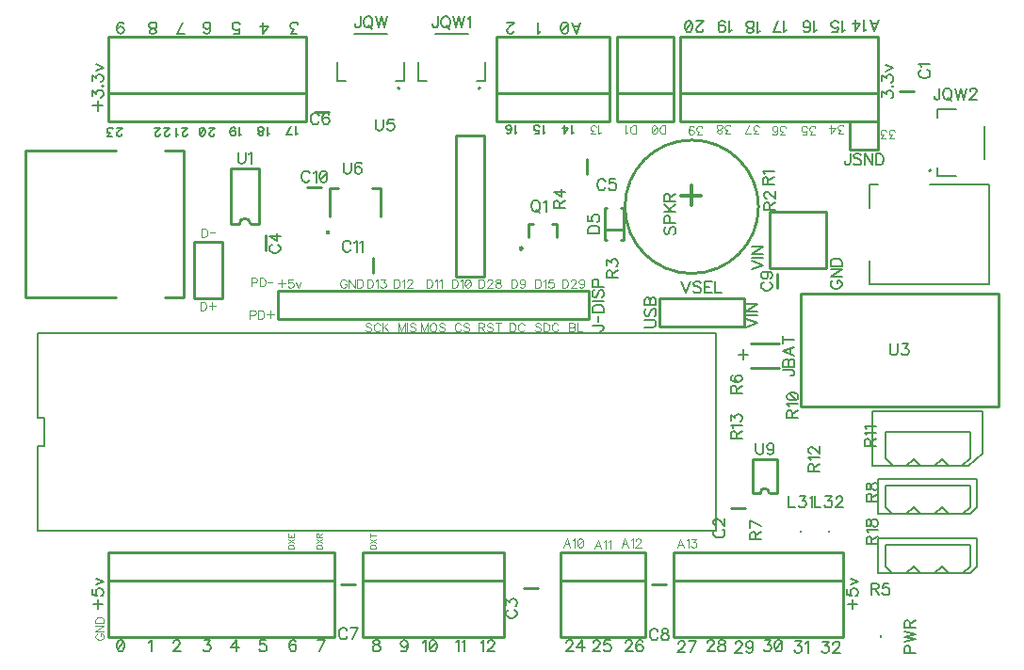
<source format=gto>
G04 DipTrace 3.3.1.3*
G04 T4-T36-Breakout.gto*
%MOIN*%
G04 #@! TF.FileFunction,Legend,Top*
G04 #@! TF.Part,Single*
%ADD10C,0.009843*%
%ADD22C,0.008*%
%ADD37C,0.005*%
%ADD55C,0.015401*%
%ADD129C,0.006176*%
%ADD130C,0.004632*%
%ADD131C,0.006562*%
%ADD134C,0.003088*%
%ADD135C,0.012351*%
%FSLAX26Y26*%
G04*
G70*
G90*
G75*
G01*
G04 TopSilk*
%LPD*%
X3544271Y2402340D2*
D10*
X3493129D1*
X2898129Y925060D2*
X2949271D1*
X2163129Y640060D2*
X2214271D1*
X1250060Y1889271D2*
Y1838129D1*
X2387340Y2108129D2*
Y2159271D1*
X1474271Y2327340D2*
X1423129D1*
X1518129Y655060D2*
X1569271D1*
X2618129Y652461D2*
X2669271D1*
X3062340Y1703129D2*
Y1754271D1*
X1398129Y2060060D2*
X1449271D1*
X1630060Y1809271D2*
Y1758129D1*
X3418700Y2393700D2*
Y2593700D1*
X2718700Y2393700D2*
Y2593700D1*
X3418700D1*
X2718700Y2393700D2*
X3418700D1*
X2068700D2*
X2468700D1*
X2068700Y2593700D2*
X2468700D1*
X2068700Y2393700D2*
Y2593700D1*
X2468700Y2393700D2*
Y2593700D1*
X1393700Y2393700D2*
Y2593700D1*
X693700Y2393700D2*
Y2593700D1*
X1393700D1*
X693700Y2393700D2*
X1393700D1*
X1493700Y468700D2*
Y668700D1*
X693700Y468700D2*
Y668700D1*
Y468700D2*
X1493700D1*
X693700Y668700D2*
X1493700D1*
X1593700Y468700D2*
X2093700D1*
X1593700Y668700D2*
X2093700D1*
X1593700Y468700D2*
Y668700D1*
X2093700Y468700D2*
Y668700D1*
X2693700Y468700D2*
X3293700D1*
Y668700D1*
X2693700D2*
X3293700D1*
X2693700Y468700D2*
Y668700D1*
X2402000Y468700D2*
X2593700D1*
X2293700D2*
X2593700D1*
X2293700Y668700D2*
X2593700D1*
X2293700Y468700D2*
Y668700D1*
X2593700Y468700D2*
Y668700D1*
X2517165Y1988857D2*
Y1874684D1*
X2450235Y1988857D2*
Y1874684D1*
X2509267Y1988857D2*
X2517165D1*
X2450235D2*
X2458133D1*
X2509267Y1874684D2*
X2517165D1*
X2450235D2*
X2458133D1*
X2450235Y1912086D2*
X2517165D1*
X3388699Y2070855D2*
D22*
Y1988167D1*
X3809973Y2070855D2*
X3601322D1*
X3388699D2*
X3416247D1*
X3809973Y1716535D2*
X3388699D1*
Y1799223D1*
X3809973Y1716535D2*
Y2070855D1*
X962125Y2190725D2*
D10*
Y1671085D1*
X402283D2*
X720385D1*
X893600D2*
X961341D1*
X402283D2*
Y2190725D1*
X720385D1*
X893600D2*
X961341D1*
X2393700Y1593700D2*
Y1693700D1*
X1293700Y1593700D2*
X2393700D1*
X1293700D2*
Y1693700D1*
X1368500D1*
X2393700D1*
X3788582Y1265747D2*
D37*
X3398818D1*
Y1072835D1*
X3517696Y1072700D2*
X3567703D1*
X3617709D1*
X3667716D1*
X3717684D1*
X3737016Y1072719D1*
X3788582Y1116136D1*
Y1265747D1*
X3668691Y1073704D2*
X3643707Y1098703D1*
X3618684Y1073704D1*
X3568716Y1072835D2*
X3543693Y1096696D1*
X3518709Y1072835D1*
X3468703D1*
X3401975D1*
X3469716Y1074708D2*
X3443719Y1099707D1*
X3443680Y1193702D1*
X3743720D1*
X3743681Y1100692D1*
X3715696Y1075692D1*
X3768700Y1028700D2*
X3418700D1*
Y903700D1*
X3518695D2*
X3568710D1*
X3618690D1*
X3668705D1*
X3718685D1*
X3743710D1*
X3768700Y928700D1*
Y1028700D1*
X3668705Y903700D2*
X3643715Y928700D1*
X3618690Y903700D1*
X3568710D2*
X3543685Y928700D1*
X3518695Y903700D1*
X3468715D1*
X3418700D1*
X3468715D2*
X3443690Y928700D1*
Y1003700D1*
X3743710D1*
Y928700D1*
X3718685Y903700D1*
X3768700Y818700D2*
X3418700D1*
Y693700D1*
X3518695D2*
X3568710D1*
X3618690D1*
X3668705D1*
X3718685D1*
X3743710D1*
X3768700Y718700D1*
Y818700D1*
X3668705Y693700D2*
X3643715Y718700D1*
X3618690Y693700D1*
X3568710D2*
X3543685Y718700D1*
X3518695Y693700D1*
X3468715D1*
X3418700D1*
X3468715D2*
X3443690Y718700D1*
Y793700D1*
X3743710D1*
Y718700D1*
X3718685Y693700D1*
X2968700Y1505826D2*
D10*
X3068700D1*
X2968700Y1421574D2*
X3068700D1*
X693700Y768700D2*
X1493700D1*
X693700Y668700D2*
Y768700D1*
Y668700D2*
X1493700D1*
Y768700D1*
X1593700D2*
Y668700D1*
X2093700Y768700D2*
X1593700D1*
X2093700Y668700D2*
X1593700D1*
X2093700Y768700D2*
Y668700D1*
X2693700D2*
X3293700D1*
X2693700Y768700D2*
X3293700D1*
X2693700Y668700D2*
Y768700D1*
X3293700Y668700D2*
Y768700D1*
X2718700Y2393700D2*
Y2293700D1*
X3418700Y2393700D2*
X2718700D1*
X3418700D2*
Y2293700D1*
X2718700D1*
X2468700D2*
Y2393700D1*
X2068700Y2293700D2*
X2468700D1*
X2068700Y2393700D2*
X2468700D1*
X2068700Y2293700D2*
Y2393700D1*
X1393700Y2293700D2*
Y2393700D1*
X693700Y2293700D2*
X1393700D1*
X693700D2*
Y2393700D1*
X1393700D1*
X2293700Y668700D2*
Y768700D1*
X2593700D1*
Y668700D2*
Y768700D1*
X2293700Y668700D2*
X2593700D1*
X2493700Y2393700D2*
Y2293700D1*
X2693700Y2393700D2*
X2493700D1*
X2693700D2*
Y2293700D1*
X2493700D1*
X1682522Y2604806D2*
D22*
X1564406D1*
X1741580Y2502440D2*
Y2437482D1*
X1534876D2*
X1505347D1*
Y2502440D1*
X1741580Y2437482D2*
X1712051D1*
X1717887Y2411890D2*
G02X1717887Y2411890I4002J0D01*
G01*
X1967522Y2604806D2*
X1849406D1*
X2026580Y2502440D2*
Y2437482D1*
X1819876D2*
X1790347D1*
Y2502440D1*
X2026580Y2437482D2*
X1997051D1*
X2002887Y2411890D2*
G02X2002887Y2411890I4002J0D01*
G01*
X3795121Y2159642D2*
Y2277758D1*
X3692755Y2100583D2*
X3627797D1*
Y2307287D2*
Y2336817D1*
X3692755D1*
X3627797Y2100583D2*
Y2130113D1*
X3598203Y2120274D2*
G02X3598203Y2120274I4002J0D01*
G01*
X3418700Y2293700D2*
D10*
X3318700D1*
X3418700Y2193700D2*
Y2293700D1*
Y2193700D2*
X3318700D1*
Y2293700D1*
X1098700Y1868700D2*
X998700D1*
X1098700Y1668700D2*
Y1868700D1*
Y1668700D2*
X998700D1*
Y1868700D1*
X3233700Y1973700D2*
Y1773700D1*
X3033700Y1973700D2*
X3233700D1*
X3033700Y1773700D2*
X3233700D1*
X3033700Y1973700D2*
Y1773700D1*
G36*
X3147637Y843700D2*
X3139763D1*
Y835827D1*
X3147637D1*
Y843700D1*
G37*
G36*
X3247637D2*
X3239763D1*
Y835827D1*
X3247637D1*
Y843700D1*
G37*
G36*
X3432558Y464763D2*
X3424685D1*
Y472637D1*
X3432558D1*
Y464763D1*
G37*
X2160224Y1843739D2*
D10*
G02X2160224Y1843739I-4922J0D01*
G01*
X2281325Y1885078D2*
Y1930275D1*
X2180857Y1885078D2*
Y1930275D1*
X2198658D1*
X2263524D2*
X2281325D1*
X2522456Y1991683D2*
G02X2522456Y1991683I236232J0D01*
G01*
X1228589Y1930273D2*
Y2127127D1*
X1126213Y1930273D2*
Y2127127D1*
X1228589D2*
X1126213D1*
X1197095Y1930273D2*
X1228589D1*
X1157706D2*
X1126213D1*
X1197095D2*
G03X1157706Y1930273I-19694J-9D01*
G01*
X3143700Y1683700D2*
X3843700D1*
Y1283700D1*
X3143700D1*
Y1683700D1*
X468665Y1143723D2*
D22*
Y1243682D1*
X443700D1*
Y1543700D1*
X2843705D1*
Y843705D1*
X443700D1*
Y1143723D1*
X468665D1*
X1923670Y1743700D2*
D10*
X2023700D1*
Y2243700D1*
X1923670D1*
Y1743700D1*
X1479172Y1958083D2*
Y2056489D1*
X1508712D1*
X1626797D2*
X1656338D1*
Y1958083D1*
D55*
X1470075Y1899453D3*
X2493700Y2593700D2*
D10*
X2693700D1*
X2493700Y2393700D2*
Y2593700D1*
X2693700Y2393700D2*
Y2593700D1*
X2493700Y2393700D2*
X2693700D1*
X3060403Y978025D2*
Y1096146D1*
X2973769Y978025D2*
Y1096146D1*
X3060403D2*
X2973769D1*
X3060403Y978025D2*
X3032842D1*
X3001330D2*
X2973769D1*
X3032842D2*
G03X3001330Y978025I-15756J-10D01*
G01*
X2643700Y1568700D2*
Y1668700D1*
X2943700D1*
Y1568700D2*
Y1668700D1*
X2643700Y1568700D2*
X2943700D1*
X3571345Y2476592D2*
D129*
X3567543Y2474691D1*
X3563696Y2470844D1*
X3561795Y2467041D1*
Y2459392D1*
X3563696Y2455545D1*
X3567543Y2451743D1*
X3571345Y2449797D1*
X3577093Y2447896D1*
X3586688D1*
X3592392Y2449797D1*
X3596239Y2451743D1*
X3600041Y2455545D1*
X3601987Y2459392D1*
Y2467041D1*
X3600041Y2470844D1*
X3596239Y2474691D1*
X3592392Y2476592D1*
X3569488Y2488943D2*
X3567543Y2492790D1*
X3561839Y2498538D1*
X3601987D1*
X2845145Y848958D2*
X2841342Y847057D1*
X2837495Y843210D1*
X2835594Y839407D1*
Y831758D1*
X2837495Y827911D1*
X2841342Y824109D1*
X2845145Y822163D1*
X2850893Y820262D1*
X2860487D1*
X2866191Y822163D1*
X2870038Y824109D1*
X2873841Y827911D1*
X2875786Y831758D1*
Y839407D1*
X2873841Y843210D1*
X2870038Y847057D1*
X2866191Y848958D1*
X2845189Y863255D2*
X2843288D1*
X2839441Y865156D1*
X2837540Y867057D1*
X2835638Y870904D1*
Y878553D1*
X2837540Y882356D1*
X2839441Y884257D1*
X2843288Y886203D1*
X2847090D1*
X2850937Y884257D1*
X2856641Y880455D1*
X2875786Y861309D1*
Y888104D1*
X2110145Y563958D2*
X2106342Y562057D1*
X2102495Y558210D1*
X2100594Y554407D1*
Y546758D1*
X2102495Y542911D1*
X2106342Y539109D1*
X2110145Y537163D1*
X2115893Y535262D1*
X2125487D1*
X2131191Y537163D1*
X2135038Y539109D1*
X2138841Y542911D1*
X2140786Y546758D1*
Y554407D1*
X2138841Y558210D1*
X2135038Y562057D1*
X2131191Y563958D1*
X2100638Y580156D2*
Y601159D1*
X2115937Y589707D1*
Y595455D1*
X2117838Y599257D1*
X2119739Y601158D1*
X2125487Y603104D1*
X2129290D1*
X2135038Y601158D1*
X2138885Y597356D1*
X2140786Y591608D1*
Y585860D1*
X2138885Y580156D1*
X2136939Y578255D1*
X2133137Y576309D1*
X1273177Y1857524D2*
X1269375Y1855623D1*
X1265528Y1851776D1*
X1263627Y1847974D1*
Y1840325D1*
X1265528Y1836478D1*
X1269375Y1832675D1*
X1273177Y1830730D1*
X1278925Y1828828D1*
X1288520D1*
X1294224Y1830730D1*
X1298071Y1832675D1*
X1301873Y1836478D1*
X1303819Y1840325D1*
Y1847974D1*
X1301873Y1851776D1*
X1298071Y1855623D1*
X1294224Y1857524D1*
X1303819Y1889021D2*
X1263671D1*
X1290421Y1869876D1*
Y1898572D1*
X2452992Y2081055D2*
X2451091Y2084857D1*
X2447244Y2088704D1*
X2443441Y2090605D1*
X2435792D1*
X2431945Y2088704D1*
X2428143Y2084857D1*
X2426197Y2081055D1*
X2424296Y2075307D1*
Y2065712D1*
X2426197Y2060008D1*
X2428143Y2056162D1*
X2431945Y2052359D1*
X2435792Y2050413D1*
X2443441D1*
X2447244Y2052359D1*
X2451091Y2056162D1*
X2452992Y2060008D1*
X2488291Y2090561D2*
X2469190D1*
X2467289Y2073361D1*
X2469190Y2075263D1*
X2474938Y2077208D1*
X2480642D1*
X2486390Y2075263D1*
X2490237Y2071460D1*
X2492138Y2065712D1*
Y2061910D1*
X2490237Y2056162D1*
X2486390Y2052315D1*
X2480642Y2050413D1*
X2474938D1*
X2469190Y2052315D1*
X2467289Y2054260D1*
X2465343Y2058063D1*
X1439448Y2314223D2*
X1437546Y2318025D1*
X1433700Y2321872D1*
X1429897Y2323773D1*
X1422248D1*
X1418401Y2321872D1*
X1414598Y2318025D1*
X1412653Y2314223D1*
X1410752Y2308475D1*
Y2298880D1*
X1412653Y2293176D1*
X1414598Y2289329D1*
X1418401Y2285527D1*
X1422248Y2283581D1*
X1429897D1*
X1433700Y2285527D1*
X1437546Y2289329D1*
X1439448Y2293176D1*
X1474747Y2318025D2*
X1472846Y2321828D1*
X1467098Y2323729D1*
X1463295D1*
X1457547Y2321828D1*
X1453700Y2316080D1*
X1451799Y2306529D1*
Y2296979D1*
X1453700Y2289329D1*
X1457547Y2285483D1*
X1463295Y2283581D1*
X1465196D1*
X1470900Y2285483D1*
X1474747Y2289329D1*
X1476648Y2295078D1*
Y2296979D1*
X1474747Y2302727D1*
X1470900Y2306529D1*
X1465196Y2308431D1*
X1463295D1*
X1457547Y2306529D1*
X1453700Y2302727D1*
X1451799Y2296979D1*
X1538475Y490189D2*
X1536574Y493991D1*
X1532727Y497838D1*
X1528924Y499739D1*
X1521275D1*
X1517428Y497838D1*
X1513626Y493991D1*
X1511680Y490189D1*
X1509779Y484441D1*
Y474846D1*
X1511680Y469142D1*
X1513626Y465295D1*
X1517428Y461493D1*
X1521275Y459547D1*
X1528924D1*
X1532727Y461493D1*
X1536574Y465295D1*
X1538475Y469142D1*
X1558476Y459547D2*
X1577621Y499695D1*
X1550826D1*
X2638497Y487590D2*
X2636596Y491393D1*
X2632749Y495240D1*
X2628946Y497141D1*
X2621297D1*
X2617450Y495240D1*
X2613648Y491393D1*
X2611702Y487590D1*
X2609801Y481842D1*
Y472248D1*
X2611702Y466544D1*
X2613648Y462697D1*
X2617450Y458894D1*
X2621297Y456949D1*
X2628946D1*
X2632749Y458894D1*
X2636596Y462697D1*
X2638497Y466544D1*
X2660399Y497097D2*
X2654695Y495195D1*
X2652750Y491393D1*
Y487546D1*
X2654695Y483744D1*
X2658498Y481798D1*
X2666147Y479897D1*
X2671895Y477996D1*
X2675698Y474149D1*
X2677599Y470346D1*
Y464598D1*
X2675698Y460796D1*
X2673796Y458850D1*
X2668048Y456949D1*
X2660399D1*
X2654695Y458850D1*
X2652750Y460796D1*
X2650848Y464598D1*
Y470346D1*
X2652750Y474149D1*
X2656596Y477996D1*
X2662300Y479897D1*
X2669950Y481798D1*
X2673796Y483744D1*
X2675698Y487546D1*
Y491393D1*
X2673796Y495195D1*
X2668048Y497097D1*
X2660399D1*
X3013313Y1724426D2*
X3009510Y1722524D1*
X3005663Y1718678D1*
X3003762Y1714875D1*
Y1707226D1*
X3005663Y1703379D1*
X3009510Y1699577D1*
X3013313Y1697631D1*
X3019061Y1695730D1*
X3028655D1*
X3034359Y1697631D1*
X3038206Y1699577D1*
X3042009Y1703379D1*
X3043954Y1707226D1*
Y1714875D1*
X3042009Y1718678D1*
X3038206Y1722524D1*
X3034359Y1724426D1*
X3017159Y1761670D2*
X3022907Y1759725D1*
X3026754Y1755922D1*
X3028655Y1750174D1*
Y1748273D1*
X3026754Y1742525D1*
X3022907Y1738723D1*
X3017159Y1736777D1*
X3015258D1*
X3009510Y1738723D1*
X3005708Y1742525D1*
X3003806Y1748273D1*
Y1750174D1*
X3005708Y1755922D1*
X3009510Y1759725D1*
X3017159Y1761670D1*
X3026754D1*
X3036305Y1759725D1*
X3042053Y1755922D1*
X3043954Y1750174D1*
Y1746372D1*
X3042053Y1740624D1*
X3038206Y1738722D1*
X1407502Y2109087D2*
X1405601Y2112890D1*
X1401754Y2116737D1*
X1397951Y2118638D1*
X1390302D1*
X1386455Y2116737D1*
X1382653Y2112890D1*
X1380707Y2109087D1*
X1378806Y2103339D1*
Y2093745D1*
X1380707Y2088041D1*
X1382653Y2084194D1*
X1386455Y2080392D1*
X1390302Y2078446D1*
X1397951D1*
X1401754Y2080392D1*
X1405601Y2084194D1*
X1407502Y2088041D1*
X1419853Y2110945D2*
X1423700Y2112890D1*
X1429448Y2118594D1*
Y2078446D1*
X1453295Y2118594D2*
X1447547Y2116693D1*
X1443701Y2110945D1*
X1441799Y2101394D1*
Y2095646D1*
X1443701Y2086095D1*
X1447547Y2080347D1*
X1453295Y2078446D1*
X1457098D1*
X1462846Y2080347D1*
X1466649Y2086095D1*
X1468594Y2095646D1*
Y2101394D1*
X1466649Y2110945D1*
X1462846Y2116693D1*
X1457098Y2118594D1*
X1453295D1*
X1466649Y2110945D2*
X1443701Y2086095D1*
X1551585Y1862255D2*
X1549683Y1866058D1*
X1545837Y1869905D1*
X1542034Y1871806D1*
X1534385D1*
X1530538Y1869905D1*
X1526736Y1866058D1*
X1524790Y1862255D1*
X1522889Y1856507D1*
Y1846913D1*
X1524790Y1841209D1*
X1526736Y1837362D1*
X1530538Y1833560D1*
X1534385Y1831614D1*
X1542034D1*
X1545837Y1833560D1*
X1549683Y1837362D1*
X1551585Y1841209D1*
X1563936Y1864113D2*
X1567783Y1866058D1*
X1573531Y1871762D1*
Y1831614D1*
X1585882Y1864113D2*
X1589729Y1866058D1*
X1595477Y1871762D1*
Y1831614D1*
X2391657Y1898801D2*
X2431849D1*
Y1912198D1*
X2429904Y1917946D1*
X2426101Y1921793D1*
X2422254Y1923694D1*
X2416550Y1925595D1*
X2406956D1*
X2401208Y1923694D1*
X2397405Y1921793D1*
X2393558Y1917946D1*
X2391657Y1912198D1*
Y1898801D1*
X2391701Y1960895D2*
Y1941793D1*
X2408901Y1939892D1*
X2407000Y1941793D1*
X2405054Y1947541D1*
Y1953245D1*
X2407000Y1958993D1*
X2410802Y1962840D1*
X2416550Y1964741D1*
X2420353D1*
X2426101Y1962840D1*
X2429948Y1958993D1*
X2431849Y1953245D1*
Y1947541D1*
X2429948Y1941793D1*
X2428002Y1939892D1*
X2424200Y1937947D1*
X2407267Y1571148D2*
X2437864D1*
X2443612Y1569247D1*
X2445514Y1567302D1*
X2447459Y1563499D1*
Y1559652D1*
X2445513Y1555850D1*
X2443612Y1553949D1*
X2437864Y1552003D1*
X2434062D1*
X2427385Y1583500D2*
Y1605608D1*
X2407267Y1617959D2*
X2447459D1*
Y1631356D1*
X2445513Y1637104D1*
X2441711Y1640951D1*
X2437864Y1642852D1*
X2432160Y1644754D1*
X2422566D1*
X2416818Y1642852D1*
X2413015Y1640951D1*
X2409168Y1637104D1*
X2407267Y1631356D1*
Y1617959D1*
Y1657105D2*
X2447459D1*
X2413015Y1696251D2*
X2409168Y1692448D1*
X2407267Y1686700D1*
Y1679051D1*
X2409168Y1673303D1*
X2413015Y1669456D1*
X2416818D1*
X2420664Y1671402D1*
X2422566Y1673303D1*
X2424467Y1677106D1*
X2428314Y1688602D1*
X2430215Y1692448D1*
X2432160Y1694350D1*
X2435963Y1696251D1*
X2441711D1*
X2445513Y1692448D1*
X2447459Y1686700D1*
Y1679051D1*
X2445513Y1673303D1*
X2441711Y1669456D1*
X2428314Y1708602D2*
Y1725847D1*
X2426412Y1731550D1*
X2424467Y1733496D1*
X2420664Y1735397D1*
X2414916D1*
X2411114Y1733496D1*
X2409168Y1731550D1*
X2407267Y1725847D1*
Y1708602D1*
X2447459D1*
X3082267Y1412630D2*
X3112864D1*
X3118612Y1410729D1*
X3120514Y1408784D1*
X3122459Y1404981D1*
Y1401134D1*
X3120513Y1397332D1*
X3118612Y1395430D1*
X3112864Y1393485D1*
X3109062D1*
X3082267Y1424982D2*
X3122459D1*
Y1442226D1*
X3120514Y1447974D1*
X3118612Y1449875D1*
X3114810Y1451776D1*
X3109062D1*
X3105215Y1449875D1*
X3103314Y1447974D1*
X3101412Y1442226D1*
X3099467Y1447974D1*
X3097566Y1449875D1*
X3093763Y1451776D1*
X3089916D1*
X3086114Y1449875D1*
X3084168Y1447974D1*
X3082267Y1442226D1*
Y1424982D1*
X3101412D2*
Y1442226D1*
X3122459Y1494769D2*
X3082267Y1479426D1*
X3122459Y1464128D1*
X3109062Y1469876D2*
Y1489021D1*
X3082267Y1520518D2*
X3122459D1*
X3082267Y1507121D2*
Y1533915D1*
X1586219Y2666334D2*
Y2635736D1*
X1584318Y2629988D1*
X1582372Y2628087D1*
X1578570Y2626142D1*
X1574723D1*
X1570920Y2628087D1*
X1569019Y2629988D1*
X1567074Y2635736D1*
Y2639539D1*
X1610066Y2666334D2*
X1606264Y2664477D1*
X1602417Y2660630D1*
X1600516Y2656783D1*
X1598570Y2651035D1*
Y2641484D1*
X1600516Y2635736D1*
X1602417Y2631934D1*
X1606264Y2628087D1*
X1610066Y2626186D1*
X1617716D1*
X1621563Y2628087D1*
X1625365Y2631934D1*
X1627266Y2635736D1*
X1629212Y2641484D1*
Y2651035D1*
X1627266Y2656783D1*
X1625365Y2660630D1*
X1621563Y2664477D1*
X1617716Y2666334D1*
X1610066D1*
X1615814Y2633835D2*
X1627266Y2622339D1*
X1641563Y2666334D2*
X1651158Y2626142D1*
X1660709Y2666334D1*
X1670259Y2626142D1*
X1679854Y2666334D1*
X1860246D2*
Y2635736D1*
X1858345Y2629988D1*
X1856399Y2628087D1*
X1852597Y2626142D1*
X1848750D1*
X1844947Y2628087D1*
X1843046Y2629988D1*
X1841101Y2635736D1*
Y2639539D1*
X1884093Y2666334D2*
X1880291Y2664477D1*
X1876444Y2660630D1*
X1874543Y2656783D1*
X1872597Y2651035D1*
Y2641484D1*
X1874543Y2635736D1*
X1876444Y2631934D1*
X1880291Y2628087D1*
X1884093Y2626186D1*
X1891743D1*
X1895589Y2628087D1*
X1899392Y2631934D1*
X1901293Y2635736D1*
X1903239Y2641484D1*
Y2651035D1*
X1901293Y2656783D1*
X1899392Y2660630D1*
X1895589Y2664477D1*
X1891743Y2666334D1*
X1884093D1*
X1889841Y2633835D2*
X1901293Y2622339D1*
X1915590Y2666334D2*
X1925185Y2626142D1*
X1934735Y2666334D1*
X1944286Y2626142D1*
X1953881Y2666334D1*
X1966232Y2658640D2*
X1970079Y2660586D1*
X1975827Y2666289D1*
Y2626142D1*
X3635937Y2411137D2*
Y2380540D1*
X3634036Y2374791D1*
X3632091Y2372890D1*
X3628288Y2370945D1*
X3624441D1*
X3620639Y2372890D1*
X3618737Y2374791D1*
X3616792Y2380540D1*
Y2384342D1*
X3659785Y2411137D2*
X3655982Y2409280D1*
X3652135Y2405433D1*
X3650234Y2401586D1*
X3648289Y2395838D1*
Y2386288D1*
X3650234Y2380540D1*
X3652135Y2376737D1*
X3655982Y2372890D1*
X3659785Y2370989D1*
X3667434D1*
X3671281Y2372890D1*
X3675083Y2376737D1*
X3676985Y2380540D1*
X3678930Y2386288D1*
Y2395838D1*
X3676985Y2401586D1*
X3675083Y2405433D1*
X3671281Y2409280D1*
X3667434Y2411137D1*
X3659785D1*
X3665533Y2378638D2*
X3676985Y2367142D1*
X3691282Y2411137D2*
X3700876Y2370945D1*
X3710427Y2411137D1*
X3719977Y2370945D1*
X3729572Y2411137D1*
X3743869Y2401542D2*
Y2403443D1*
X3745770Y2407290D1*
X3747672Y2409191D1*
X3751518Y2411093D1*
X3759168D1*
X3762970Y2409191D1*
X3764872Y2407290D1*
X3766817Y2403443D1*
Y2399641D1*
X3764872Y2395794D1*
X3761069Y2390090D1*
X3741924Y2370945D1*
X3768718D1*
X3319554Y2180133D2*
Y2149536D1*
X3317652Y2143788D1*
X3315707Y2141887D1*
X3311904Y2139941D1*
X3308058D1*
X3304255Y2141887D1*
X3302354Y2143788D1*
X3300408Y2149536D1*
Y2153338D1*
X3358700Y2174385D2*
X3354897Y2178232D1*
X3349149Y2180133D1*
X3341500D1*
X3335752Y2178232D1*
X3331905Y2174385D1*
Y2170582D1*
X3333850Y2166736D1*
X3335752Y2164834D1*
X3339554Y2162933D1*
X3351050Y2159086D1*
X3354897Y2157185D1*
X3356798Y2155240D1*
X3358700Y2151437D1*
Y2145689D1*
X3354897Y2141887D1*
X3349149Y2139941D1*
X3341500D1*
X3335752Y2141887D1*
X3331905Y2145689D1*
X3397846Y2180133D2*
Y2139941D1*
X3371051Y2180133D1*
Y2139941D1*
X3410197Y2180133D2*
Y2139941D1*
X3423594D1*
X3429342Y2141887D1*
X3433189Y2145689D1*
X3435091Y2149536D1*
X3436992Y2155240D1*
Y2164834D1*
X3435091Y2170582D1*
X3433189Y2174385D1*
X3429342Y2178232D1*
X3423594Y2180133D1*
X3410197D1*
X3101680Y967239D2*
Y927047D1*
X3124628D1*
X3140826Y967195D2*
X3161828D1*
X3150377Y951896D1*
X3156125D1*
X3159927Y949995D1*
X3161828Y948094D1*
X3163774Y942346D1*
Y938543D1*
X3161828Y932795D1*
X3158026Y928948D1*
X3152278Y927047D1*
X3146530D1*
X3140826Y928948D1*
X3138925Y930894D1*
X3136979Y934696D1*
X3176125Y959546D2*
X3179972Y961491D1*
X3185720Y967195D1*
Y927047D1*
X3193080Y967239D2*
Y927047D1*
X3216028D1*
X3232226Y967195D2*
X3253228D1*
X3241777Y951896D1*
X3247525D1*
X3251327Y949995D1*
X3253228Y948094D1*
X3255174Y942346D1*
Y938543D1*
X3253228Y932795D1*
X3249426Y928948D1*
X3243678Y927047D1*
X3237930D1*
X3232226Y928948D1*
X3230325Y930894D1*
X3228379Y934696D1*
X3269471Y957644D2*
Y959546D1*
X3271372Y963392D1*
X3273273Y965294D1*
X3277120Y967195D1*
X3284769D1*
X3288572Y965294D1*
X3290473Y963392D1*
X3292419Y959546D1*
Y955743D1*
X3290473Y951896D1*
X3286671Y946192D1*
X3267525Y927047D1*
X3294320D1*
X3532132Y410409D2*
X3532133Y427653D1*
X3530231Y433357D1*
X3528286Y435302D1*
X3524483Y437203D1*
X3518735D1*
X3514933Y435302D1*
X3512987Y433357D1*
X3511086Y427653D1*
Y410409D1*
X3551278D1*
X3511086Y449555D2*
X3551278Y459149D1*
X3511086Y468700D1*
X3551278Y478251D1*
X3511086Y487845D1*
X3530231Y500197D2*
Y517397D1*
X3528286Y523145D1*
X3526384Y525090D1*
X3522582Y526991D1*
X3518735D1*
X3514933Y525090D1*
X3512987Y523145D1*
X3511086Y517397D1*
Y500197D1*
X3551278D1*
X3530231Y513594D2*
X3551278Y526991D1*
X2203010Y2014483D2*
X2199207Y2012626D1*
X2195361Y2008779D1*
X2193459Y2004933D1*
X2191514Y1999185D1*
Y1989634D1*
X2193459Y1983886D1*
X2195361Y1980083D1*
X2199207Y1976237D1*
X2203010Y1974335D1*
X2210659D1*
X2214506Y1976237D1*
X2218308Y1980083D1*
X2220210Y1983886D1*
X2222155Y1989634D1*
Y1999185D1*
X2220210Y2004933D1*
X2218308Y2008779D1*
X2214506Y2012626D1*
X2210659Y2014483D1*
X2203010D1*
X2208758Y1981985D2*
X2220210Y1970489D1*
X2234507Y2006790D2*
X2238353Y2008735D1*
X2244101Y2014439D1*
Y1974291D1*
X3028676Y2069330D2*
Y2086530D1*
X3026731Y2092278D1*
X3024830Y2094223D1*
X3021027Y2096124D1*
X3017180D1*
X3013378Y2094223D1*
X3011432Y2092278D1*
X3009531Y2086530D1*
Y2069330D1*
X3049723D1*
X3028676Y2082727D2*
X3049723Y2096124D1*
X3017225Y2108476D2*
X3015279Y2112322D1*
X3009575Y2118071D1*
X3049723Y2118070D1*
X3033873Y1980730D2*
Y1997930D1*
X3031928Y2003678D1*
X3030027Y2005623D1*
X3026224Y2007524D1*
X3022377D1*
X3018575Y2005623D1*
X3016629Y2003678D1*
X3014728Y1997930D1*
Y1980730D1*
X3054920D1*
X3033873Y1994127D2*
X3054920Y2007524D1*
X3024323Y2021821D2*
X3022421D1*
X3018575Y2023723D1*
X3016673Y2025624D1*
X3014772Y2029471D1*
Y2037120D1*
X3016673Y2040922D1*
X3018575Y2042824D1*
X3022421Y2044769D1*
X3026224D1*
X3030071Y2042824D1*
X3035775Y2039021D1*
X3054920Y2019876D1*
Y2046670D1*
X2476806Y1740730D2*
Y1757930D1*
X2474861Y1763678D1*
X2472959Y1765623D1*
X2469157Y1767524D1*
X2465310D1*
X2461507Y1765623D1*
X2459562Y1763678D1*
X2457661Y1757930D1*
Y1740730D1*
X2497853D1*
X2476806Y1754127D2*
X2497853Y1767524D1*
X2457705Y1783723D2*
Y1804725D1*
X2473004Y1793273D1*
Y1799021D1*
X2474905Y1802824D1*
X2476806Y1804725D1*
X2482554Y1806670D1*
X2486357D1*
X2492105Y1804725D1*
X2495951Y1800922D1*
X2497853Y1795174D1*
Y1789426D1*
X2495951Y1783722D1*
X2494006Y1781821D1*
X2490203Y1779876D1*
X2289739Y1987181D2*
Y2004381D1*
X2287794Y2010129D1*
X2285893Y2012074D1*
X2282090Y2013975D1*
X2278243D1*
X2274441Y2012074D1*
X2272495Y2010129D1*
X2270594Y2004381D1*
Y1987181D1*
X2310786D1*
X2289739Y2000578D2*
X2310786Y2013975D1*
Y2045472D2*
X2270638D1*
X2297389Y2026327D1*
Y2055023D1*
X3393328Y637661D2*
X3410528D1*
X3416276Y639606D1*
X3418221Y641507D1*
X3420123Y645310D1*
Y649157D1*
X3418221Y652959D1*
X3416276Y654905D1*
X3410528Y656806D1*
X3393328D1*
Y616614D1*
X3406725Y637661D2*
X3420123Y616614D1*
X3455422Y656762D2*
X3436321D1*
X3434420Y639562D1*
X3436321Y641463D1*
X3442069Y643409D1*
X3447773D1*
X3453521Y641463D1*
X3457368Y637661D1*
X3459269Y631913D1*
Y628110D1*
X3457368Y622362D1*
X3453521Y618515D1*
X3447773Y616614D1*
X3442069D1*
X3436321Y618515D1*
X3434420Y620461D1*
X3432474Y624263D1*
X2916275Y1331703D2*
Y1348902D1*
X2914329Y1354650D1*
X2912428Y1356596D1*
X2908626Y1358497D1*
X2904779D1*
X2900976Y1356596D1*
X2899031Y1354650D1*
X2897129Y1348902D1*
Y1331703D1*
X2937321D1*
X2916275Y1345100D2*
X2937321Y1358497D1*
X2902878Y1393796D2*
X2899075Y1391895D1*
X2897174Y1386147D1*
Y1382345D1*
X2899075Y1376597D1*
X2904823Y1372750D1*
X2914374Y1370849D1*
X2923924Y1370848D1*
X2931573Y1372750D1*
X2935420Y1376596D1*
X2937321Y1382345D1*
Y1384246D1*
X2935420Y1389950D1*
X2931573Y1393796D1*
X2925825Y1395698D1*
X2923924D1*
X2918176Y1393796D1*
X2914374Y1389950D1*
X2912472Y1384246D1*
Y1382345D1*
X2914374Y1376597D1*
X2918176Y1372750D1*
X2923924Y1370848D1*
X2984739Y813328D2*
Y830528D1*
X2982794Y836276D1*
X2980893Y838222D1*
X2977090Y840123D1*
X2973243D1*
X2969441Y838222D1*
X2967495Y836276D1*
X2965594Y830528D1*
Y813328D1*
X3005786D1*
X2984739Y826726D2*
X3005786Y840123D1*
Y860123D2*
X2965638Y879269D1*
Y852474D1*
X3395940Y948153D2*
Y965353D1*
X3393994Y971101D1*
X3392093Y973047D1*
X3388291Y974948D1*
X3384444D1*
X3380641Y973047D1*
X3378696Y971101D1*
X3376795Y965353D1*
Y948153D1*
X3416987D1*
X3395940Y961551D2*
X3416987Y974948D1*
X3376839Y996850D2*
X3378740Y991146D1*
X3382543Y989201D1*
X3386389D1*
X3390192Y991146D1*
X3392137Y994949D1*
X3394039Y1002598D1*
X3395940Y1008346D1*
X3399787Y1012149D1*
X3403589Y1014050D1*
X3409337D1*
X3413140Y1012149D1*
X3415085Y1010247D1*
X3416987Y1004499D1*
Y996850D1*
X3415085Y991146D1*
X3413140Y989201D1*
X3409337Y987299D1*
X3403589D1*
X3399787Y989201D1*
X3395940Y993047D1*
X3394039Y998751D1*
X3392137Y1006401D1*
X3390192Y1010247D1*
X3386389Y1012149D1*
X3382543D1*
X3378740Y1010247D1*
X3376839Y1004499D1*
Y996850D1*
X3114404Y1244757D2*
Y1261957D1*
X3112459Y1267705D1*
X3110558Y1269650D1*
X3106755Y1271551D1*
X3102908D1*
X3099106Y1269650D1*
X3097160Y1267705D1*
X3095259Y1261957D1*
Y1244757D1*
X3135451D1*
X3114404Y1258154D2*
X3135451Y1271551D1*
X3102953Y1283903D2*
X3101007Y1287749D1*
X3095303Y1293497D1*
X3135451D1*
X3095303Y1317345D2*
X3097205Y1311597D1*
X3102953Y1307750D1*
X3112503Y1305849D1*
X3118251D1*
X3127802Y1307750D1*
X3133550Y1311597D1*
X3135451Y1317345D1*
Y1321147D1*
X3133550Y1326895D1*
X3127802Y1330698D1*
X3118251Y1332643D1*
X3112503D1*
X3102953Y1330698D1*
X3097205Y1326895D1*
X3095303Y1321147D1*
Y1317345D1*
X3102953Y1330698D2*
X3127802Y1307750D1*
X3389404Y1143357D2*
Y1160556D1*
X3387459Y1166304D1*
X3385558Y1168250D1*
X3381755Y1170151D1*
X3377908D1*
X3374106Y1168250D1*
X3372160Y1166304D1*
X3370259Y1160556D1*
Y1143357D1*
X3410451D1*
X3389404Y1156754D2*
X3410451Y1170151D1*
X3377953Y1182503D2*
X3376007Y1186349D1*
X3370303Y1192097D1*
X3410451D1*
X3377953Y1204449D2*
X3376007Y1208296D1*
X3370303Y1214044D1*
X3410451D1*
X3191275Y1054757D2*
Y1071957D1*
X3189329Y1077705D1*
X3187428Y1079650D1*
X3183626Y1081551D1*
X3179779D1*
X3175976Y1079650D1*
X3174031Y1077705D1*
X3172129Y1071957D1*
Y1054757D1*
X3212321D1*
X3191275Y1068154D2*
X3212321Y1081551D1*
X3179823Y1093903D2*
X3177878Y1097749D1*
X3172174Y1103497D1*
X3212321D1*
X3181724Y1117794D2*
X3179823D1*
X3175976Y1119696D1*
X3174075Y1121597D1*
X3172174Y1125444D1*
Y1133093D1*
X3174075Y1136895D1*
X3175976Y1138797D1*
X3179823Y1140742D1*
X3183626D1*
X3187472Y1138797D1*
X3193176Y1134994D1*
X3212321Y1115849D1*
Y1142643D1*
X2916275Y1169757D2*
Y1186957D1*
X2914329Y1192705D1*
X2912428Y1194650D1*
X2908626Y1196551D1*
X2904779D1*
X2900976Y1194650D1*
X2899031Y1192705D1*
X2897129Y1186957D1*
Y1169757D1*
X2937321D1*
X2916275Y1183154D2*
X2937321Y1196551D1*
X2904823Y1208903D2*
X2902878Y1212749D1*
X2897174Y1218497D1*
X2937321D1*
X2897174Y1234696D2*
Y1255698D1*
X2912472Y1244246D1*
Y1249994D1*
X2914374Y1253797D1*
X2916275Y1255698D1*
X2922023Y1257643D1*
X2925825D1*
X2931573Y1255698D1*
X2935420Y1251895D1*
X2937321Y1246147D1*
Y1240399D1*
X2935420Y1234696D1*
X2933475Y1232794D1*
X2929672Y1230849D1*
X3395940Y797377D2*
Y814577D1*
X3393994Y820325D1*
X3392093Y822271D1*
X3388291Y824172D1*
X3384444D1*
X3380641Y822271D1*
X3378696Y820325D1*
X3376795Y814577D1*
Y797377D1*
X3416987D1*
X3395940Y810775D2*
X3416987Y824172D1*
X3384488Y836523D2*
X3382543Y840370D1*
X3376839Y846118D1*
X3416987D1*
X3376839Y868020D2*
X3378740Y862316D1*
X3382543Y860371D1*
X3386389D1*
X3390192Y862316D1*
X3392137Y866119D1*
X3394039Y873768D1*
X3395940Y879516D1*
X3399787Y883319D1*
X3403589Y885220D1*
X3409337D1*
X3413140Y883319D1*
X3415085Y881417D1*
X3416987Y875669D1*
Y868020D1*
X3415085Y862316D1*
X3413140Y860371D1*
X3409337Y858469D1*
X3403589D1*
X3399787Y860371D1*
X3395940Y864217D1*
X3394039Y869921D1*
X3392137Y877571D1*
X3390192Y881417D1*
X3386389Y883319D1*
X3382543D1*
X3378740Y881417D1*
X3376839Y875669D1*
Y868020D1*
X2666931Y1921361D2*
X2663084Y1917559D1*
X2661182Y1911811D1*
Y1904161D1*
X2663084Y1898413D1*
X2666930Y1894567D1*
X2670733D1*
X2674580Y1896512D1*
X2676481Y1898413D1*
X2678382Y1902216D1*
X2682229Y1913712D1*
X2684130Y1917559D1*
X2686076Y1919460D1*
X2689878Y1921361D1*
X2695626D1*
X2699429Y1917559D1*
X2701375Y1911811D1*
X2701374Y1904161D1*
X2699429Y1898413D1*
X2695626Y1894567D1*
X2682229Y1933713D2*
Y1950957D1*
X2680328Y1956661D1*
X2678382Y1958606D1*
X2674580Y1960507D1*
X2668832D1*
X2665029Y1958606D1*
X2663084Y1956661D1*
X2661183Y1950957D1*
X2661182Y1933713D1*
X2701374D1*
X2661182Y1972859D2*
X2701374D1*
X2661182Y1999653D2*
X2687977Y1972859D1*
X2678382Y1982409D2*
X2701374Y1999653D1*
X2680328Y2012005D2*
Y2029205D1*
X2678382Y2034953D1*
X2676481Y2036898D1*
X2672679Y2038799D1*
X2668832D1*
X2665029Y2036898D1*
X2663084Y2034953D1*
X2661182Y2029205D1*
Y2012005D1*
X2701374D1*
X2680328Y2025402D2*
X2701374Y2038799D1*
X1153030Y2185706D2*
Y2157010D1*
X1154932Y2151262D1*
X1158778Y2147459D1*
X1164526Y2145514D1*
X1168329D1*
X1174077Y2147459D1*
X1177924Y2151262D1*
X1179825Y2157010D1*
Y2185706D1*
X1192176Y2178012D2*
X1196023Y2179958D1*
X1201771Y2185661D1*
Y2145514D1*
X3460730Y1506206D2*
Y1477510D1*
X3462631Y1471762D1*
X3466478Y1467959D1*
X3472226Y1466014D1*
X3476028D1*
X3481776Y1467959D1*
X3485623Y1471762D1*
X3487524Y1477510D1*
Y1506206D1*
X3503722Y1506162D2*
X3524725D1*
X3513273Y1490863D1*
X3519021D1*
X3522824Y1488962D1*
X3524725Y1487060D1*
X3526670Y1481312D1*
Y1477510D1*
X3524725Y1471762D1*
X3520922Y1467915D1*
X3515174Y1466014D1*
X3509426D1*
X3503722Y1467915D1*
X3501821Y1469861D1*
X3499876Y1473663D1*
X1640730Y2302278D2*
Y2273583D1*
X1642631Y2267834D1*
X1646478Y2264032D1*
X1652226Y2262086D1*
X1656028D1*
X1661776Y2264032D1*
X1665623Y2267834D1*
X1667524Y2273583D1*
Y2302278D1*
X1702824Y2302234D2*
X1683722D1*
X1681821Y2285034D1*
X1683722Y2286936D1*
X1689470Y2288881D1*
X1695174D1*
X1700922Y2286936D1*
X1704769Y2283133D1*
X1706670Y2277385D1*
Y2273583D1*
X1704769Y2267834D1*
X1700922Y2263988D1*
X1695174Y2262086D1*
X1689470D1*
X1683722Y2263988D1*
X1681821Y2265933D1*
X1679876Y2269736D1*
X1527359Y2148538D2*
Y2119842D1*
X1529260Y2114094D1*
X1533107Y2110292D1*
X1538855Y2108346D1*
X1542657D1*
X1548405Y2110292D1*
X1552252Y2114094D1*
X1554153Y2119842D1*
Y2148538D1*
X1589453Y2142790D2*
X1587551Y2146593D1*
X1581803Y2148494D1*
X1578001D1*
X1572253Y2146593D1*
X1568406Y2140845D1*
X1566505Y2131294D1*
Y2121744D1*
X1568406Y2114094D1*
X1572253Y2110248D1*
X1578001Y2108346D1*
X1579902D1*
X1585606Y2110248D1*
X1589453Y2114094D1*
X1591354Y2119842D1*
Y2121744D1*
X1589453Y2127492D1*
X1585606Y2131294D1*
X1579902Y2133195D1*
X1578001D1*
X1572253Y2131294D1*
X1568406Y2127492D1*
X1566505Y2121744D1*
X2985066Y1154725D2*
Y1126029D1*
X2986967Y1120281D1*
X2990814Y1116478D1*
X2996562Y1114533D1*
X3000365D1*
X3006113Y1116478D1*
X3009959Y1120281D1*
X3011861Y1126029D1*
Y1154725D1*
X3049106Y1141327D2*
X3047160Y1135579D1*
X3043358Y1131733D1*
X3037609Y1129831D1*
X3035708D1*
X3029960Y1131733D1*
X3026158Y1135579D1*
X3024212Y1141327D1*
Y1143229D1*
X3026158Y1148977D1*
X3029960Y1152779D1*
X3035708Y1154680D1*
X3037609D1*
X3043358Y1152779D1*
X3047160Y1148977D1*
X3049106Y1141327D1*
Y1131733D1*
X3047160Y1122182D1*
X3043358Y1116434D1*
X3037609Y1114533D1*
X3033807D1*
X3028059Y1116434D1*
X3026158Y1120281D1*
X2722578Y1727278D2*
X2737877Y1687086D1*
X2753176Y1727278D1*
X2792322Y1721530D2*
X2788519Y1725377D1*
X2782771Y1727278D1*
X2775122D1*
X2769374Y1725377D1*
X2765527Y1721530D1*
Y1717728D1*
X2767473Y1713881D1*
X2769374Y1711980D1*
X2773176Y1710079D1*
X2784672Y1706232D1*
X2788519Y1704331D1*
X2790420Y1702385D1*
X2792322Y1698583D1*
Y1692834D1*
X2788519Y1689032D1*
X2782771Y1687086D1*
X2775122D1*
X2769374Y1689032D1*
X2765527Y1692834D1*
X2829522Y1727278D2*
X2804673D1*
Y1687086D1*
X2829522D1*
X2804673Y1708133D2*
X2819972D1*
X2841874Y1727278D2*
Y1687086D1*
X2864822D1*
X1924428Y449299D2*
X1928275Y451245D1*
X1934023Y456948D1*
Y416801D1*
X1946374Y449299D2*
X1950221Y451245D1*
X1955969Y456948D1*
Y416801D1*
X2012928Y448799D2*
X2016775Y450745D1*
X2022523Y456448D1*
Y416301D1*
X2036820Y446898D2*
Y448799D1*
X2038721Y452646D1*
X2040622Y454547D1*
X2044469Y456448D1*
X2052119D1*
X2055921Y454547D1*
X2057822Y452646D1*
X2059768Y448799D1*
Y444997D1*
X2057822Y441150D1*
X2054020Y435446D1*
X2034874Y416301D1*
X2061669D1*
X2436440Y2255359D2*
D130*
X2433555Y2253900D1*
X2429244Y2249622D1*
Y2279733D1*
X2417096Y2249622D2*
X2401344D1*
X2409933Y2261096D1*
X2405622D1*
X2402770Y2262522D1*
X2401344Y2263948D1*
X2399885Y2268259D1*
Y2271111D1*
X2401344Y2275422D1*
X2404196Y2278307D1*
X2408507Y2279733D1*
X2412818D1*
X2417096Y2278307D1*
X2418522Y2276848D1*
X2419981Y2273996D1*
X1361358Y2605490D2*
D129*
X1340356D1*
X1351808Y2620788D1*
X1346060D1*
X1342257Y2622690D1*
X1340356Y2624591D1*
X1338411Y2630339D1*
Y2634141D1*
X1340356Y2639889D1*
X1344159Y2643736D1*
X1349907Y2645638D1*
X1355655Y2645637D1*
X1361358Y2643736D1*
X1363260Y2641791D1*
X1365205Y2637988D1*
X2334564Y2645637D2*
X2349907Y2605445D1*
X2365205Y2645637D1*
X2359457Y2632240D2*
X2340312D1*
X2310716Y2605490D2*
X2316464Y2607391D1*
X2320311Y2613139D1*
X2322212Y2622690D1*
Y2628438D1*
X2320311Y2637988D1*
X2316464Y2643736D1*
X2310716Y2645637D1*
X2306914D1*
X2301166Y2643736D1*
X2297363Y2637988D1*
X2295418Y2628438D1*
Y2622690D1*
X2297363Y2613139D1*
X2301166Y2607391D1*
X2306914Y2605490D1*
X2310716D1*
X2297363Y2613139D2*
X2320311Y2637988D1*
X1068554Y2249213D2*
D131*
Y2247787D1*
X1067128Y2244902D1*
X1065702Y2243476D1*
X1062817Y2242051D1*
X1057080D1*
X1054229Y2243476D1*
X1052803Y2244902D1*
X1051343Y2247788D1*
X1051344Y2250639D1*
X1052803Y2253525D1*
X1055655Y2257802D1*
X1070014Y2272161D1*
X1049918D1*
X1028172Y2242051D2*
X1032483Y2243477D1*
X1035368Y2247788D1*
X1036794Y2254950D1*
Y2259261D1*
X1035368Y2266424D1*
X1032483Y2270735D1*
X1028172Y2272161D1*
X1025320D1*
X1021009Y2270735D1*
X1018157Y2266424D1*
X1016698Y2259261D1*
Y2254950D1*
X1018157Y2247788D1*
X1021009Y2243477D1*
X1025320Y2242051D1*
X1028172D1*
X1018157Y2247788D2*
X1035368Y2266424D1*
X973554Y2249213D2*
Y2247787D1*
X972128Y2244902D1*
X970702Y2243476D1*
X967817Y2242051D1*
X962080D1*
X959229Y2243476D1*
X957803Y2244902D1*
X956343Y2247788D1*
X956344Y2250639D1*
X957803Y2253525D1*
X960655Y2257802D1*
X975014Y2272161D1*
X954918D1*
X941794Y2247788D2*
X938909Y2246328D1*
X934598Y2242051D1*
Y2272161D1*
X910554Y2249213D2*
Y2247787D1*
X909128Y2244902D1*
X907702Y2243476D1*
X904817Y2242051D1*
X899080D1*
X896229Y2243476D1*
X894803Y2244902D1*
X893343Y2247788D1*
X893344Y2250639D1*
X894803Y2253525D1*
X897655Y2257802D1*
X912014Y2272161D1*
X891918D1*
X877335Y2249213D2*
Y2247788D1*
X875909Y2244902D1*
X874483Y2243477D1*
X871598Y2242051D1*
X865861D1*
X863009Y2243477D1*
X861583Y2244902D1*
X860124Y2247788D1*
Y2250639D1*
X861583Y2253525D1*
X864435Y2257802D1*
X878794Y2272161D1*
X858698D1*
X741554Y2249213D2*
Y2247787D1*
X740128Y2244902D1*
X738702Y2243476D1*
X735817Y2242051D1*
X730080D1*
X727229Y2243476D1*
X725803Y2244902D1*
X724343Y2247788D1*
X724344Y2250639D1*
X725803Y2253525D1*
X728655Y2257802D1*
X743014Y2272161D1*
X722918D1*
X706909Y2242051D2*
X691157D1*
X699746Y2253525D1*
X695435D1*
X692583Y2254950D1*
X691157Y2256376D1*
X689698Y2260687D1*
Y2263539D1*
X691157Y2267850D1*
X694009Y2270735D1*
X698320Y2272161D1*
X702631D1*
X706909Y2270735D1*
X708335Y2269276D1*
X709794Y2266424D1*
X1165014Y2248787D2*
X1162128Y2247328D1*
X1157817Y2243051D1*
Y2273161D1*
X1126024Y2253065D2*
X1127483Y2257376D1*
X1130335Y2260261D1*
X1134646Y2261687D1*
X1136072D1*
X1140383Y2260261D1*
X1143235Y2257376D1*
X1144694Y2253065D1*
Y2251639D1*
X1143235Y2247328D1*
X1140383Y2244477D1*
X1136072Y2243051D1*
X1134646D1*
X1130335Y2244477D1*
X1127483Y2247328D1*
X1126024Y2253065D1*
Y2260261D1*
X1127483Y2267424D1*
X1130335Y2271735D1*
X1134646Y2273161D1*
X1137498D1*
X1141809Y2271735D1*
X1143235Y2268850D1*
X1366014Y2251787D2*
X1363128Y2250328D1*
X1358817Y2246051D1*
Y2276161D1*
X1339957D2*
X1325598Y2246051D1*
X1345694D1*
X1264014Y2250787D2*
X1261128Y2249328D1*
X1256817Y2245051D1*
Y2275161D1*
X1236531Y2245051D2*
X1240809Y2246477D1*
X1242268Y2249328D1*
Y2252213D1*
X1240809Y2255065D1*
X1237957Y2256525D1*
X1232220Y2257950D1*
X1227909Y2259376D1*
X1225057Y2262261D1*
X1223631Y2265113D1*
Y2269424D1*
X1225057Y2272276D1*
X1226483Y2273735D1*
X1230794Y2275161D1*
X1236531D1*
X1240809Y2273735D1*
X1242268Y2272276D1*
X1243694Y2269424D1*
Y2265113D1*
X1242268Y2262261D1*
X1239383Y2259376D1*
X1235105Y2257950D1*
X1229368Y2256525D1*
X1226483Y2255065D1*
X1225057Y2252213D1*
Y2249328D1*
X1226483Y2246477D1*
X1230794Y2245051D1*
X1236531D1*
X639628Y583841D2*
D129*
X674072D1*
X656872Y566641D2*
Y601085D1*
X636776Y636384D2*
Y617283D1*
X653976Y615382D1*
X652074Y617283D1*
X650129Y623031D1*
Y628735D1*
X652074Y634483D1*
X655877Y638330D1*
X661625Y640231D1*
X665428D1*
X671176Y638330D1*
X675022Y634483D1*
X676924Y628735D1*
Y623031D1*
X675022Y617283D1*
X673077Y615382D1*
X669274Y613436D1*
X650129Y652582D2*
X676924Y664078D1*
X650129Y675530D1*
X639218Y2349250D2*
X673662D1*
X656462Y2332050D2*
Y2366494D1*
X636366Y2382693D2*
Y2403695D1*
X651665Y2392243D1*
Y2397991D1*
X653566Y2401794D1*
X655467Y2403695D1*
X661216Y2405640D1*
X665018D1*
X670766Y2403695D1*
X674613Y2399892D1*
X676514Y2394144D1*
Y2388396D1*
X674613Y2382692D1*
X672667Y2380791D1*
X668865Y2378846D1*
X672667Y2419893D2*
X674613Y2417992D1*
X676514Y2419893D1*
X674613Y2421839D1*
X672667Y2419893D1*
X636366Y2438037D2*
Y2459039D1*
X651665Y2447587D1*
Y2453335D1*
X653566Y2457138D1*
X655467Y2459039D1*
X661215Y2460985D1*
X665018D1*
X670766Y2459039D1*
X674613Y2455237D1*
X676514Y2449489D1*
Y2443740D1*
X674613Y2438037D1*
X672667Y2436135D1*
X668865Y2434190D1*
X649719Y2473336D2*
X676514Y2484832D1*
X649719Y2496284D1*
X2141014Y2256787D2*
D131*
X2138128Y2255328D1*
X2133817Y2251051D1*
Y2281161D1*
X2103483Y2255328D2*
X2104909Y2252477D1*
X2109220Y2251051D1*
X2112072D1*
X2116383Y2252477D1*
X2119268Y2256788D1*
X2120694Y2263950D1*
Y2271113D1*
X2119268Y2276850D1*
X2116383Y2279735D1*
X2112072Y2281161D1*
X2110646D1*
X2106368Y2279735D1*
X2103483Y2276850D1*
X2102057Y2272539D1*
Y2271113D1*
X2103483Y2266802D1*
X2106368Y2263950D1*
X2110646Y2262525D1*
X2112072D1*
X2116383Y2263950D1*
X2119268Y2266802D1*
X2120694Y2271113D1*
X2241014Y2256787D2*
X2238128Y2255328D1*
X2233817Y2251051D1*
Y2281161D1*
X2203483Y2251051D2*
X2217809D1*
X2219235Y2263950D1*
X2217809Y2262525D1*
X2213498Y2261065D1*
X2209220D1*
X2204909Y2262525D1*
X2202024Y2265376D1*
X2200598Y2269687D1*
Y2272539D1*
X2202024Y2276850D1*
X2204909Y2279735D1*
X2209220Y2281161D1*
X2213498D1*
X2217809Y2279735D1*
X2219235Y2278276D1*
X2220694Y2275424D1*
X2341996Y2255467D2*
X2339111Y2254008D1*
X2334800Y2249730D1*
Y2279841D1*
X2307318D2*
Y2249730D1*
X2321677Y2269793D1*
X2300155D1*
X2314874Y446898D2*
D129*
Y448799D1*
X2316775Y452646D1*
X2318676Y454547D1*
X2322523Y456448D1*
X2330172D1*
X2333975Y454547D1*
X2335876Y452646D1*
X2337822Y448799D1*
Y444997D1*
X2335876Y441150D1*
X2332074Y435446D1*
X2312928Y416301D1*
X2339723D1*
X2371220D2*
Y456448D1*
X2352074Y429698D1*
X2380770D1*
X2409874Y446898D2*
Y448799D1*
X2411775Y452646D1*
X2413676Y454547D1*
X2417523Y456448D1*
X2425172D1*
X2428975Y454547D1*
X2430876Y452646D1*
X2432822Y448799D1*
Y444997D1*
X2430876Y441150D1*
X2427074Y435446D1*
X2407928Y416301D1*
X2434723D1*
X2470022Y456448D2*
X2450921D1*
X2449020Y439249D1*
X2450921Y441150D1*
X2456669Y443095D1*
X2462373D1*
X2468121Y441150D1*
X2471968Y437347D1*
X2473869Y431599D1*
Y427797D1*
X2471968Y422049D1*
X2468121Y418202D1*
X2462373Y416301D1*
X2456669D1*
X2450921Y418202D1*
X2449020Y420147D1*
X2447074Y423950D1*
X2524874Y446898D2*
Y448799D1*
X2526775Y452646D1*
X2528676Y454547D1*
X2532523Y456448D1*
X2540172D1*
X2543975Y454547D1*
X2545876Y452646D1*
X2547822Y448799D1*
Y444997D1*
X2545876Y441150D1*
X2542074Y435446D1*
X2522928Y416301D1*
X2549723D1*
X2585022Y450745D2*
X2583121Y454547D1*
X2577373Y456448D1*
X2573570D1*
X2567822Y454547D1*
X2563976Y448799D1*
X2562074Y439249D1*
Y429698D1*
X2563976Y422049D1*
X2567822Y418202D1*
X2573570Y416301D1*
X2575472D1*
X2581175Y418202D1*
X2585022Y422049D1*
X2586924Y427797D1*
Y429698D1*
X2585022Y435446D1*
X2581175Y439249D1*
X2575472Y441150D1*
X2573570D1*
X2567822Y439249D1*
X2563976Y435446D1*
X2562074Y429698D1*
X2710874Y443398D2*
Y445299D1*
X2712775Y449146D1*
X2714676Y451047D1*
X2718523Y452948D1*
X2726172D1*
X2729975Y451047D1*
X2731876Y449146D1*
X2733822Y445299D1*
Y441497D1*
X2731876Y437650D1*
X2728074Y431946D1*
X2708928Y412801D1*
X2735723D1*
X2755724D2*
X2774869Y452948D1*
X2748074D1*
X2814874Y447398D2*
Y449299D1*
X2816775Y453146D1*
X2818676Y455047D1*
X2822523Y456948D1*
X2830172D1*
X2833975Y455047D1*
X2835876Y453146D1*
X2837822Y449299D1*
Y445497D1*
X2835876Y441650D1*
X2832074Y435946D1*
X2812928Y416801D1*
X2839723D1*
X2861625Y456948D2*
X2855921Y455047D1*
X2853976Y451245D1*
Y447398D1*
X2855921Y443595D1*
X2859724Y441650D1*
X2867373Y439749D1*
X2873121Y437847D1*
X2876924Y434001D1*
X2878825Y430198D1*
Y424450D1*
X2876924Y420647D1*
X2875022Y418702D1*
X2869274Y416801D1*
X2861625D1*
X2855921Y418702D1*
X2853976Y420647D1*
X2852074Y424450D1*
Y430198D1*
X2853976Y434001D1*
X2857822Y437847D1*
X2863526Y439749D1*
X2871175Y441650D1*
X2875022Y443595D1*
X2876924Y447398D1*
Y451245D1*
X2875022Y455047D1*
X2869274Y456948D1*
X2861625D1*
X2913374Y442898D2*
Y444799D1*
X2915275Y448646D1*
X2917176Y450547D1*
X2921023Y452448D1*
X2928672D1*
X2932475Y450547D1*
X2934376Y448646D1*
X2936322Y444799D1*
Y440997D1*
X2934376Y437150D1*
X2930574Y431446D1*
X2911428Y412301D1*
X2938223D1*
X2975468Y439095D2*
X2973522Y433347D1*
X2969720Y429501D1*
X2963972Y427599D1*
X2962070D1*
X2956322Y429501D1*
X2952520Y433347D1*
X2950574Y439095D1*
Y440997D1*
X2952520Y446745D1*
X2956322Y450547D1*
X2962070Y452448D1*
X2963972D1*
X2969720Y450547D1*
X2973522Y446745D1*
X2975468Y439095D1*
Y429501D1*
X2973522Y419950D1*
X2969720Y414202D1*
X2963972Y412301D1*
X2960169D1*
X2954421Y414202D1*
X2952520Y418049D1*
X3221775Y451448D2*
X3242777D1*
X3231326Y436150D1*
X3237074D1*
X3240876Y434249D1*
X3242777Y432347D1*
X3244723Y426599D1*
Y422797D1*
X3242777Y417049D1*
X3238975Y413202D1*
X3233227Y411301D1*
X3227479D1*
X3221775Y413202D1*
X3219874Y415147D1*
X3217928Y418950D1*
X3259020Y441898D2*
Y443799D1*
X3260921Y447646D1*
X3262822Y449547D1*
X3266669Y451448D1*
X3274318D1*
X3278121Y449547D1*
X3280022Y447646D1*
X3281968Y443799D1*
Y439997D1*
X3280022Y436150D1*
X3276220Y430446D1*
X3257074Y411301D1*
X3283869D1*
X3390027Y2653173D2*
X3405370Y2612981D1*
X3420668Y2653173D1*
X3414920Y2639776D2*
X3395775D1*
X3377676Y2620674D2*
X3373829Y2618729D1*
X3368081Y2613025D1*
Y2653173D1*
X3336584D2*
Y2613025D1*
X3355730Y2639776D1*
X3327034D1*
X3200205Y2618139D2*
X3196358Y2616193D1*
X3190610Y2610490D1*
Y2650637D1*
X3155311Y2616194D2*
X3157212Y2612391D1*
X3162960Y2610490D1*
X3166763D1*
X3172511Y2612391D1*
X3176358Y2618139D1*
X3178259Y2627690D1*
Y2637240D1*
X3176358Y2644889D1*
X3172511Y2648736D1*
X3166763Y2650637D1*
X3164862D1*
X3159158Y2648736D1*
X3155311Y2644889D1*
X3153410Y2639141D1*
Y2637240D1*
X3155311Y2631492D1*
X3159158Y2627690D1*
X3164862Y2625788D1*
X3166763D1*
X3172511Y2627690D1*
X3176358Y2631492D1*
X3178259Y2637240D1*
X3095205Y2618139D2*
X3091358Y2616193D1*
X3085610Y2610490D1*
Y2650637D1*
X3065610D2*
X3046464Y2610490D1*
X3073259D1*
X3300205Y2618139D2*
X3296358Y2616193D1*
X3290610Y2610490D1*
Y2650637D1*
X3255311Y2610490D2*
X3274412D1*
X3276314Y2627690D1*
X3274412Y2625788D1*
X3268664Y2623843D1*
X3262960D1*
X3257212Y2625788D1*
X3253366Y2629591D1*
X3251464Y2635339D1*
Y2639141D1*
X3253366Y2644889D1*
X3257212Y2648736D1*
X3262961Y2650637D1*
X3268664D1*
X3274412Y2648736D1*
X3276314Y2646791D1*
X3278259Y2642988D1*
X3000668Y2615674D2*
X2996822Y2613729D1*
X2991074Y2608025D1*
Y2648173D1*
X2969172Y2608025D2*
X2974876Y2609926D1*
X2976821Y2613729D1*
Y2617576D1*
X2974876Y2621378D1*
X2971073Y2623324D1*
X2963424Y2625225D1*
X2957676Y2627126D1*
X2953873Y2630973D1*
X2951972Y2634776D1*
Y2640524D1*
X2953873Y2644326D1*
X2955774Y2646272D1*
X2961522Y2648173D1*
X2969172D1*
X2974876Y2646272D1*
X2976821Y2644326D1*
X2978722Y2640524D1*
Y2634776D1*
X2976821Y2630973D1*
X2972974Y2627126D1*
X2967270Y2625225D1*
X2959621Y2623324D1*
X2955774Y2621378D1*
X2953873Y2617576D1*
Y2613729D1*
X2955774Y2609926D1*
X2961522Y2608025D1*
X2969172D1*
X2798260Y2620040D2*
Y2618139D1*
X2796358Y2614292D1*
X2794457Y2612391D1*
X2790610Y2610490D1*
X2782961D1*
X2779159Y2612391D1*
X2777257Y2614292D1*
X2775312Y2618139D1*
Y2621942D1*
X2777257Y2625788D1*
X2781060Y2631492D1*
X2800205Y2650637D1*
X2773411D1*
X2749563Y2610490D2*
X2755311Y2612391D1*
X2759158Y2618139D1*
X2761059Y2627690D1*
Y2633438D1*
X2759158Y2642988D1*
X2755311Y2648736D1*
X2749563Y2650637D1*
X2745761D1*
X2740013Y2648736D1*
X2736210Y2642988D1*
X2734265Y2633438D1*
Y2627690D1*
X2736210Y2618139D1*
X2740013Y2612391D1*
X2745761Y2610490D1*
X2749563D1*
X2736210Y2618139D2*
X2759158Y2642988D1*
X2900205Y2618139D2*
X2896358Y2616193D1*
X2890610Y2610490D1*
Y2650637D1*
X2853366Y2623843D2*
X2855311Y2629591D1*
X2859114Y2633438D1*
X2864862Y2635339D1*
X2866763D1*
X2872511Y2633438D1*
X2876314Y2629591D1*
X2878259Y2623843D1*
Y2621942D1*
X2876314Y2616194D1*
X2872511Y2612391D1*
X2866763Y2610490D1*
X2864862D1*
X2859114Y2612391D1*
X2855311Y2616194D1*
X2853366Y2623843D1*
Y2633438D1*
X2855311Y2642988D1*
X2859114Y2648736D1*
X2864862Y2650637D1*
X2868664D1*
X2874412Y2648736D1*
X2876314Y2644889D1*
X2225205Y2613139D2*
X2221358Y2611193D1*
X2215610Y2605490D1*
Y2645637D1*
X2128260Y2615040D2*
Y2613139D1*
X2126358Y2609292D1*
X2124457Y2607391D1*
X2120610Y2605490D1*
X2112961D1*
X2109159Y2607391D1*
X2107257Y2609292D1*
X2105312Y2613139D1*
Y2616942D1*
X2107257Y2620788D1*
X2111060Y2626492D1*
X2130205Y2645637D1*
X2103411D1*
X1241060D2*
Y2605490D1*
X1260205Y2632240D1*
X1231509D1*
X1137257Y2605490D2*
X1156358D1*
X1158260Y2622690D1*
X1156358Y2620788D1*
X1150610Y2618843D1*
X1144907D1*
X1139159Y2620788D1*
X1135312Y2624591D1*
X1133411Y2630339D1*
Y2634141D1*
X1135312Y2639889D1*
X1139159Y2643736D1*
X1144907Y2645638D1*
X1150610Y2645637D1*
X1156358Y2643736D1*
X1158260Y2641791D1*
X1160205Y2637988D1*
X1032257Y2611194D2*
X1034159Y2607391D1*
X1039907Y2605490D1*
X1043709D1*
X1049457Y2607391D1*
X1053304Y2613139D1*
X1055205Y2622690D1*
Y2632240D1*
X1053304Y2639889D1*
X1049457Y2643736D1*
X1043709Y2645637D1*
X1041808Y2645638D1*
X1036104Y2643736D1*
X1032257Y2639889D1*
X1030356Y2634141D1*
Y2632240D1*
X1032257Y2626492D1*
X1036104Y2622690D1*
X1041808Y2620788D1*
X1043709D1*
X1049457Y2622690D1*
X1053304Y2626492D1*
X1055205Y2632240D1*
X957556Y2645637D2*
X938411Y2605490D1*
X965205D1*
X855655D2*
X861358Y2607391D1*
X863304Y2611193D1*
Y2615040D1*
X861358Y2618843D1*
X857556Y2620788D1*
X849907Y2622690D1*
X844159Y2624591D1*
X840356Y2628438D1*
X838455Y2632240D1*
Y2637988D1*
X840356Y2641791D1*
X842257Y2643736D1*
X848005Y2645638D1*
X855655Y2645637D1*
X861358Y2643736D1*
X863304Y2641791D1*
X865205Y2637988D1*
Y2632240D1*
X863304Y2628438D1*
X859457Y2624591D1*
X853753Y2622690D1*
X846104Y2620788D1*
X842257Y2618843D1*
X840356Y2615040D1*
Y2611194D1*
X842257Y2607391D1*
X848005Y2605490D1*
X855655D1*
X725312Y2618843D2*
X727257Y2624591D1*
X731060Y2628438D1*
X736808Y2630339D1*
X738709D1*
X744457Y2628438D1*
X748260Y2624591D1*
X750205Y2618843D1*
Y2616941D1*
X748260Y2611193D1*
X744457Y2607391D1*
X738709Y2605490D1*
X736808D1*
X731060Y2607391D1*
X727257Y2611194D1*
X725312Y2618843D1*
Y2628438D1*
X727257Y2637988D1*
X731060Y2643736D1*
X736808Y2645638D1*
X740610Y2645637D1*
X746358Y2643736D1*
X748260Y2639889D1*
X3016775Y456948D2*
X3037777D1*
X3026326Y441650D1*
X3032074D1*
X3035876Y439749D1*
X3037777Y437847D1*
X3039723Y432099D1*
Y428297D1*
X3037777Y422549D1*
X3033975Y418702D1*
X3028227Y416801D1*
X3022479D1*
X3016775Y418702D1*
X3014874Y420647D1*
X3012928Y424450D1*
X3063570Y456948D2*
X3057822Y455047D1*
X3053976Y449299D1*
X3052074Y439749D1*
Y434001D1*
X3053976Y424450D1*
X3057822Y418702D1*
X3063570Y416801D1*
X3067373D1*
X3073121Y418702D1*
X3076924Y424450D1*
X3078869Y434001D1*
Y439749D1*
X3076924Y449299D1*
X3073121Y455047D1*
X3067373Y456948D1*
X3063570D1*
X3076924Y449299D2*
X3053976Y424450D1*
X3125275Y452448D2*
X3146277D1*
X3134826Y437150D1*
X3140574D1*
X3144376Y435249D1*
X3146277Y433347D1*
X3148223Y427599D1*
Y423797D1*
X3146277Y418049D1*
X3142475Y414202D1*
X3136727Y412301D1*
X3130979D1*
X3125275Y414202D1*
X3123374Y416147D1*
X3121428Y419950D1*
X3160574Y444799D2*
X3164421Y446745D1*
X3170169Y452448D1*
Y412301D1*
X1638979Y456948D2*
X1633275Y455047D1*
X1631330Y451245D1*
Y447398D1*
X1633275Y443595D1*
X1637078Y441650D1*
X1644727Y439749D1*
X1650475Y437847D1*
X1654277Y434001D1*
X1656179Y430198D1*
Y424450D1*
X1654277Y420647D1*
X1652376Y418702D1*
X1646628Y416801D1*
X1638979D1*
X1633275Y418702D1*
X1631330Y420647D1*
X1629428Y424450D1*
Y430198D1*
X1631330Y434001D1*
X1635176Y437847D1*
X1640880Y439749D1*
X1648529Y441650D1*
X1652376Y443595D1*
X1654277Y447398D1*
Y451245D1*
X1652376Y455047D1*
X1646628Y456948D1*
X1638979D1*
X1752822Y443095D2*
X1750876Y437347D1*
X1747074Y433501D1*
X1741326Y431599D1*
X1739424D1*
X1733676Y433501D1*
X1729874Y437347D1*
X1727928Y443095D1*
Y444997D1*
X1729874Y450745D1*
X1733676Y454547D1*
X1739424Y456448D1*
X1741326D1*
X1747074Y454547D1*
X1750876Y450745D1*
X1752822Y443095D1*
Y433501D1*
X1750876Y423950D1*
X1747074Y418202D1*
X1741326Y416301D1*
X1737523D1*
X1731775Y418202D1*
X1729874Y422049D1*
X1807928Y448799D2*
X1811775Y450745D1*
X1817523Y456448D1*
Y416301D1*
X1841371Y456448D2*
X1835622Y454547D1*
X1831776Y448799D1*
X1829874Y439249D1*
Y433501D1*
X1831776Y423950D1*
X1835622Y418202D1*
X1841371Y416301D1*
X1845173D1*
X1850921Y418202D1*
X1854724Y423950D1*
X1856669Y433501D1*
Y439249D1*
X1854724Y448799D1*
X1850921Y454547D1*
X1845173Y456448D1*
X1841371D1*
X1854724Y448799D2*
X1831776Y423950D1*
X1033275Y456948D2*
X1054277D1*
X1042826Y441650D1*
X1048574D1*
X1052376Y439749D1*
X1054277Y437847D1*
X1056223Y432099D1*
Y428297D1*
X1054277Y422549D1*
X1050475Y418702D1*
X1044727Y416801D1*
X1038979D1*
X1033275Y418702D1*
X1031374Y420647D1*
X1029428Y424450D1*
X1147074Y416301D2*
Y456448D1*
X1127928Y429698D1*
X1156624D1*
X735924Y456948D2*
X730176Y455047D1*
X726330Y449299D1*
X724428Y439749D1*
Y434001D1*
X726330Y424450D1*
X730176Y418702D1*
X735924Y416801D1*
X739727D1*
X745475Y418702D1*
X749277Y424450D1*
X751223Y434001D1*
Y439749D1*
X749277Y449299D1*
X745475Y455047D1*
X739727Y456948D1*
X735924D1*
X749277Y449299D2*
X726330Y424450D1*
X837928Y448799D2*
X841775Y450745D1*
X847523Y456448D1*
Y416301D1*
X924874Y446898D2*
Y448799D1*
X926775Y452646D1*
X928676Y454547D1*
X932523Y456448D1*
X940172D1*
X943975Y454547D1*
X945876Y452646D1*
X947822Y448799D1*
Y444997D1*
X945876Y441150D1*
X942074Y435446D1*
X922928Y416301D1*
X949723D1*
X1357376Y451245D2*
X1355475Y455047D1*
X1349727Y456948D1*
X1345924D1*
X1340176Y455047D1*
X1336330Y449299D1*
X1334428Y439749D1*
Y430198D1*
X1336330Y422549D1*
X1340176Y418702D1*
X1345924Y416801D1*
X1347826D1*
X1353529Y418702D1*
X1357376Y422549D1*
X1359277Y428297D1*
Y430198D1*
X1357376Y435946D1*
X1353529Y439749D1*
X1347826Y441650D1*
X1345924D1*
X1340176Y439749D1*
X1336330Y435946D1*
X1334428Y430198D1*
X1440578Y416301D2*
X1459723Y456448D1*
X1432928D1*
X1250876D2*
X1231775D1*
X1229874Y439249D1*
X1231775Y441150D1*
X1237523Y443095D1*
X1243227D1*
X1248975Y441150D1*
X1252822Y437347D1*
X1254723Y431599D1*
Y427797D1*
X1252822Y422049D1*
X1248975Y418202D1*
X1243227Y416301D1*
X1237523D1*
X1231775Y418202D1*
X1229874Y420147D1*
X1227928Y423950D1*
X2730137Y784740D2*
D130*
X2718630Y814884D1*
X2707156Y784740D1*
X2711467Y794788D2*
X2725826D1*
X2739401Y809114D2*
X2742286Y810573D1*
X2746597Y814851D1*
Y784740D1*
X2758746Y814851D2*
X2774497D1*
X2765909Y803377D1*
X2770220D1*
X2773072Y801951D1*
X2774497Y800525D1*
X2775957Y796214D1*
Y793362D1*
X2774497Y789051D1*
X2771646Y786166D1*
X2767335Y784740D1*
X2763023D1*
X2758746Y786166D1*
X2757320Y787625D1*
X2755861Y790477D1*
X2533637Y785740D2*
X2522130Y815884D1*
X2510656Y785740D1*
X2514967Y795788D2*
X2529326D1*
X2542901Y810114D2*
X2545786Y811573D1*
X2550097Y815851D1*
Y785740D1*
X2560820Y808688D2*
Y810114D1*
X2562246Y812999D1*
X2563672Y814425D1*
X2566557Y815851D1*
X2572294D1*
X2575146Y814425D1*
X2576572Y812999D1*
X2578031Y810114D1*
Y807262D1*
X2576572Y804377D1*
X2573720Y800099D1*
X2559361Y785740D1*
X2579457D1*
X3473555Y2234622D2*
X3457804D1*
X3466392Y2246096D1*
X3462081D1*
X3459230Y2247522D1*
X3457804Y2248948D1*
X3456344Y2253259D1*
Y2256111D1*
X3457804Y2260422D1*
X3460656Y2263307D1*
X3464967Y2264733D1*
X3469278D1*
X3473555Y2263307D1*
X3474981Y2261848D1*
X3476440Y2258996D1*
X3444196Y2234622D2*
X3428444D1*
X3437033Y2246096D1*
X3432722D1*
X3429870Y2247522D1*
X3428444Y2248948D1*
X3426985Y2253259D1*
Y2256111D1*
X3428444Y2260422D1*
X3431296Y2263307D1*
X3435607Y2264733D1*
X3439918D1*
X3444196Y2263307D1*
X3445622Y2261848D1*
X3447081Y2258996D1*
X3193092Y2247087D2*
X3177340D1*
X3185929Y2258561D1*
X3181618D1*
X3178766Y2259987D1*
X3177340Y2261413D1*
X3175881Y2265724D1*
Y2268576D1*
X3177340Y2272887D1*
X3180192Y2275772D1*
X3184503Y2277198D1*
X3188814D1*
X3193092Y2275772D1*
X3194518Y2274313D1*
X3195977Y2271461D1*
X3149407Y2247087D2*
X3163733D1*
X3165159Y2259987D1*
X3163733Y2258561D1*
X3159422Y2257102D1*
X3155144D1*
X3150833Y2258561D1*
X3147948Y2261413D1*
X3146522Y2265724D1*
Y2268576D1*
X3147948Y2272887D1*
X3150833Y2275772D1*
X3155144Y2277198D1*
X3159422D1*
X3163733Y2275772D1*
X3165159Y2274313D1*
X3166618Y2271461D1*
X3088092Y2247087D2*
X3072340D1*
X3080929Y2258561D1*
X3076618D1*
X3073766Y2259987D1*
X3072340Y2261413D1*
X3070881Y2265724D1*
Y2268576D1*
X3072340Y2272887D1*
X3075192Y2275772D1*
X3079503Y2277198D1*
X3083814D1*
X3088092Y2275772D1*
X3089518Y2274313D1*
X3090977Y2271461D1*
X3044407Y2251365D2*
X3045833Y2248513D1*
X3050144Y2247087D1*
X3052996D1*
X3057307Y2248513D1*
X3060192Y2252824D1*
X3061618Y2259987D1*
Y2267150D1*
X3060192Y2272887D1*
X3057307Y2275772D1*
X3052996Y2277198D1*
X3051570D1*
X3047292Y2275772D1*
X3044407Y2272887D1*
X3042981Y2268576D1*
Y2267150D1*
X3044407Y2262839D1*
X3047292Y2259987D1*
X3051570Y2258561D1*
X3052996D1*
X3057307Y2259987D1*
X3060192Y2262839D1*
X3061618Y2267150D1*
X3293092Y2252087D2*
X3277340D1*
X3285929Y2263561D1*
X3281618D1*
X3278766Y2264987D1*
X3277340Y2266413D1*
X3275881Y2270724D1*
Y2273576D1*
X3277340Y2277887D1*
X3280192Y2280772D1*
X3284503Y2282198D1*
X3288814D1*
X3293092Y2280772D1*
X3294518Y2279313D1*
X3295977Y2276461D1*
X3252259Y2282198D2*
Y2252087D1*
X3266618Y2272150D1*
X3245096D1*
X2993555Y2249622D2*
X2977804D1*
X2986392Y2261096D1*
X2982081D1*
X2979230Y2262522D1*
X2977804Y2263948D1*
X2976344Y2268259D1*
Y2271111D1*
X2977804Y2275422D1*
X2980656Y2278307D1*
X2984967Y2279733D1*
X2989278D1*
X2993555Y2278307D1*
X2994981Y2276848D1*
X2996440Y2273996D1*
X2961344Y2279733D2*
X2946985Y2249622D1*
X2967081D1*
X2793092Y2247087D2*
X2777340D1*
X2785929Y2258561D1*
X2781618D1*
X2778766Y2259987D1*
X2777340Y2261413D1*
X2775881Y2265724D1*
Y2268576D1*
X2777340Y2272887D1*
X2780192Y2275772D1*
X2784503Y2277198D1*
X2788814D1*
X2793092Y2275772D1*
X2794518Y2274313D1*
X2795977Y2271461D1*
X2747948Y2257102D2*
X2749407Y2261413D1*
X2752259Y2264298D1*
X2756570Y2265724D1*
X2757996D1*
X2762307Y2264298D1*
X2765159Y2261413D1*
X2766618Y2257102D1*
Y2255676D1*
X2765159Y2251365D1*
X2762307Y2248513D1*
X2757996Y2247087D1*
X2756570D1*
X2752259Y2248513D1*
X2749407Y2251365D1*
X2747948Y2257102D1*
Y2264298D1*
X2749407Y2271461D1*
X2752259Y2275772D1*
X2756570Y2277198D1*
X2759422D1*
X2763733Y2275772D1*
X2765159Y2272887D1*
X2893092Y2252087D2*
X2877340D1*
X2885929Y2263561D1*
X2881618D1*
X2878766Y2264987D1*
X2877340Y2266413D1*
X2875881Y2270724D1*
Y2273576D1*
X2877340Y2277887D1*
X2880192Y2280772D1*
X2884503Y2282198D1*
X2888814D1*
X2893092Y2280772D1*
X2894518Y2279313D1*
X2895977Y2276461D1*
X2859455Y2252087D2*
X2863733Y2253513D1*
X2865192Y2256365D1*
Y2259250D1*
X2863733Y2262102D1*
X2860881Y2263561D1*
X2855144Y2264987D1*
X2850833Y2266413D1*
X2847981Y2269298D1*
X2846555Y2272150D1*
Y2276461D1*
X2847981Y2279313D1*
X2849407Y2280772D1*
X2853718Y2282198D1*
X2859455D1*
X2863733Y2280772D1*
X2865192Y2279313D1*
X2866618Y2276461D1*
Y2272150D1*
X2865192Y2269298D1*
X2862307Y2266413D1*
X2858029Y2264987D1*
X2852292Y2263561D1*
X2849407Y2262102D1*
X2847981Y2259250D1*
Y2256365D1*
X2849407Y2253513D1*
X2853718Y2252087D1*
X2859455D1*
X2972116Y1769439D2*
D129*
X3012308Y1784737D1*
X2972116Y1800036D1*
Y1812387D2*
X3012308D1*
X2972116Y1851533D2*
X3012308D1*
X2972116Y1824739D1*
X3012308D1*
X3259219Y1730689D2*
X3255417Y1728787D1*
X3251570Y1724941D1*
X3249669Y1721138D1*
Y1713489D1*
X3251570Y1709642D1*
X3255417Y1705839D1*
X3259219Y1703894D1*
X3264967Y1701993D1*
X3274562D1*
X3280266Y1703894D1*
X3284113Y1705839D1*
X3287915Y1709642D1*
X3289861Y1713489D1*
Y1721138D1*
X3287915Y1724941D1*
X3284113Y1728787D1*
X3280266Y1730689D1*
X3274562D1*
Y1721138D1*
X3249669Y1769835D2*
X3289861D1*
X3249669Y1743040D1*
X3289861D1*
X3249669Y1782186D2*
X3289861D1*
Y1795583D1*
X3287915Y1801331D1*
X3284113Y1805178D1*
X3280266Y1807079D1*
X3274562Y1808981D1*
X3264967D1*
X3259219Y1807079D1*
X3255417Y1805178D1*
X3251570Y1801331D1*
X3249669Y1795583D1*
Y1782186D1*
X2940628Y1486097D2*
Y1451653D1*
X2923428Y1468852D2*
X2957872D1*
X2328637Y785740D2*
D130*
X2317130Y815884D1*
X2305656Y785740D1*
X2309967Y795788D2*
X2324326D1*
X2337901Y810114D2*
X2340786Y811573D1*
X2345097Y815851D1*
Y785740D1*
X2362983Y815851D2*
X2358672Y814425D1*
X2355787Y810114D1*
X2354361Y802951D1*
Y798640D1*
X2355787Y791477D1*
X2358672Y787166D1*
X2362983Y785740D1*
X2365835D1*
X2370146Y787166D1*
X2372997Y791477D1*
X2374457Y798640D1*
Y802951D1*
X2372997Y810114D1*
X2370146Y814425D1*
X2365835Y815851D1*
X2362983D1*
X2372997Y810114D2*
X2355787Y791477D1*
X2438637Y780740D2*
X2427130Y810884D1*
X2415656Y780740D1*
X2419967Y790788D2*
X2434326D1*
X2447901Y805114D2*
X2450786Y806573D1*
X2455097Y810851D1*
Y780740D1*
X2464361Y805114D2*
X2467246Y806573D1*
X2471557Y810851D1*
Y780740D1*
X1620263Y781252D2*
D134*
X1640359D1*
Y787951D1*
X1639386Y790825D1*
X1637485Y792748D1*
X1635562Y793699D1*
X1632710Y794649D1*
X1627912D1*
X1625038Y793699D1*
X1623137Y792748D1*
X1621214Y790825D1*
X1620263Y787951D1*
Y781252D1*
Y800825D2*
X1640359Y814222D1*
X1620263D2*
X1640359Y800825D1*
X1620263Y827097D2*
X1640359D1*
X1620263Y820398D2*
Y833795D1*
X1430263Y781252D2*
X1450359D1*
Y787951D1*
X1449386Y790825D1*
X1447485Y792748D1*
X1445562Y793699D1*
X1442710Y794649D1*
X1437912D1*
X1435038Y793699D1*
X1433137Y792748D1*
X1431214Y790825D1*
X1430263Y787951D1*
Y781252D1*
Y800825D2*
X1450359Y814222D1*
X1430263D2*
X1450359Y800825D1*
X1439836Y820398D2*
Y828998D1*
X1438863Y831872D1*
X1437912Y832845D1*
X1436011Y833795D1*
X1434088D1*
X1432186Y832845D1*
X1431214Y831872D1*
X1430263Y828998D1*
Y820398D1*
X1450359D1*
X1439836Y827097D2*
X1450359Y833795D1*
X1330263Y781252D2*
X1350359D1*
Y787951D1*
X1349386Y790825D1*
X1347485Y792748D1*
X1345562Y793699D1*
X1342710Y794649D1*
X1337912D1*
X1335038Y793699D1*
X1333137Y792748D1*
X1331214Y790825D1*
X1330263Y787951D1*
Y781252D1*
Y800825D2*
X1350359Y814222D1*
X1330263D2*
X1350359Y800825D1*
X1330263Y832822D2*
Y820398D1*
X1350359D1*
Y832822D1*
X1339836Y820398D2*
Y828047D1*
X1307285Y1732532D2*
D130*
Y1706700D1*
X1294385Y1719599D2*
X1320218D1*
X1346692Y1734671D2*
X1332366D1*
X1330940Y1721772D1*
X1332366Y1723197D1*
X1336677Y1724657D1*
X1340955D1*
X1345266Y1723197D1*
X1348151Y1720346D1*
X1349577Y1716035D1*
Y1713183D1*
X1348151Y1708872D1*
X1345266Y1705987D1*
X1340955Y1704561D1*
X1336677D1*
X1332366Y1705987D1*
X1330940Y1707446D1*
X1329481Y1710298D1*
X1358841Y1724657D2*
X1367463Y1704561D1*
X1376052Y1724657D1*
X1536748Y1727542D2*
X1535322Y1730394D1*
X1532437Y1733279D1*
X1529585Y1734705D1*
X1523848D1*
X1520963Y1733279D1*
X1518111Y1730394D1*
X1516652Y1727542D1*
X1515226Y1723231D1*
Y1716035D1*
X1516652Y1711757D1*
X1518111Y1708872D1*
X1520963Y1706020D1*
X1523848Y1704561D1*
X1529585D1*
X1532437Y1706020D1*
X1535322Y1708872D1*
X1536748Y1711757D1*
Y1716035D1*
X1529585D1*
X1566107Y1734705D2*
Y1704561D1*
X1546011Y1734705D1*
Y1704561D1*
X1575371Y1734705D2*
Y1704561D1*
X1585419D1*
X1589730Y1706020D1*
X1592615Y1708872D1*
X1594041Y1711757D1*
X1595467Y1716035D1*
Y1723231D1*
X1594041Y1727542D1*
X1592615Y1730394D1*
X1589730Y1733279D1*
X1585419Y1734705D1*
X1575371D1*
X1610226D2*
Y1704561D1*
X1620274D1*
X1624585Y1706020D1*
X1627470Y1708872D1*
X1628896Y1711757D1*
X1630322Y1716035D1*
Y1723231D1*
X1628896Y1727542D1*
X1627470Y1730394D1*
X1624585Y1733279D1*
X1620274Y1734705D1*
X1610226D1*
X1639585Y1728934D2*
X1642470Y1730394D1*
X1646782Y1734671D1*
Y1704561D1*
X1658930Y1734671D2*
X1674682D1*
X1666093Y1723197D1*
X1670404D1*
X1673256Y1721772D1*
X1674682Y1720346D1*
X1676141Y1716035D1*
Y1713183D1*
X1674682Y1708872D1*
X1671830Y1705987D1*
X1667519Y1704561D1*
X1663208D1*
X1658930Y1705987D1*
X1657504Y1707446D1*
X1656045Y1710298D1*
X1705226Y1734705D2*
Y1704561D1*
X1715274D1*
X1719585Y1706020D1*
X1722470Y1708872D1*
X1723896Y1711757D1*
X1725322Y1716035D1*
Y1723231D1*
X1723896Y1727542D1*
X1722470Y1730394D1*
X1719585Y1733279D1*
X1715274Y1734705D1*
X1705226D1*
X1734585Y1728934D2*
X1737470Y1730394D1*
X1741782Y1734671D1*
Y1704561D1*
X1752504Y1727508D2*
Y1728934D1*
X1753930Y1731820D1*
X1755356Y1733245D1*
X1758241Y1734671D1*
X1763978D1*
X1766830Y1733245D1*
X1768256Y1731820D1*
X1769715Y1728934D1*
Y1726083D1*
X1768256Y1723197D1*
X1765404Y1718920D1*
X1751045Y1704561D1*
X1771141D1*
X1820226Y1734705D2*
Y1704561D1*
X1830274D1*
X1834585Y1706020D1*
X1837470Y1708872D1*
X1838896Y1711757D1*
X1840322Y1716035D1*
Y1723231D1*
X1838896Y1727542D1*
X1837470Y1730394D1*
X1834585Y1733279D1*
X1830274Y1734705D1*
X1820226D1*
X1849585Y1728934D2*
X1852470Y1730394D1*
X1856782Y1734671D1*
Y1704561D1*
X1866045Y1728934D2*
X1868930Y1730394D1*
X1873241Y1734671D1*
Y1704561D1*
X1910226Y1734705D2*
Y1704561D1*
X1920274D1*
X1924585Y1706020D1*
X1927470Y1708872D1*
X1928896Y1711757D1*
X1930322Y1716035D1*
Y1723231D1*
X1928896Y1727542D1*
X1927470Y1730394D1*
X1924585Y1733279D1*
X1920274Y1734705D1*
X1910226D1*
X1939585Y1728934D2*
X1942470Y1730394D1*
X1946782Y1734671D1*
Y1704561D1*
X1964667Y1734671D2*
X1960356Y1733245D1*
X1957471Y1728934D1*
X1956045Y1721772D1*
Y1717460D1*
X1957471Y1710298D1*
X1960356Y1705987D1*
X1964667Y1704561D1*
X1967519D1*
X1971830Y1705987D1*
X1974682Y1710298D1*
X1976141Y1717460D1*
Y1721772D1*
X1974682Y1728934D1*
X1971830Y1733245D1*
X1967519Y1734671D1*
X1964667D1*
X1974682Y1728934D2*
X1957471Y1710298D1*
X2005226Y1734705D2*
Y1704561D1*
X2015274D1*
X2019585Y1706020D1*
X2022470Y1708872D1*
X2023896Y1711757D1*
X2025322Y1716035D1*
Y1723231D1*
X2023896Y1727542D1*
X2022470Y1730394D1*
X2019585Y1733279D1*
X2015274Y1734705D1*
X2005226D1*
X2036045Y1727508D2*
Y1728934D1*
X2037470Y1731820D1*
X2038896Y1733245D1*
X2041782Y1734671D1*
X2047518D1*
X2050370Y1733245D1*
X2051796Y1731820D1*
X2053255Y1728934D1*
Y1726083D1*
X2051796Y1723197D1*
X2048944Y1718920D1*
X2034585Y1704561D1*
X2054681D1*
X2071108Y1734671D2*
X2066830Y1733245D1*
X2065371Y1730394D1*
Y1727508D1*
X2066830Y1724657D1*
X2069682Y1723197D1*
X2075419Y1721772D1*
X2079730Y1720346D1*
X2082582Y1717460D1*
X2084008Y1714609D1*
Y1710298D1*
X2082582Y1707446D1*
X2081156Y1705987D1*
X2076845Y1704561D1*
X2071108D1*
X2066830Y1705987D1*
X2065371Y1707446D1*
X2063945Y1710298D1*
Y1714609D1*
X2065371Y1717460D1*
X2068256Y1720346D1*
X2072534Y1721772D1*
X2078271Y1723197D1*
X2081156Y1724657D1*
X2082582Y1727508D1*
Y1730394D1*
X2081156Y1733245D1*
X2076845Y1734671D1*
X2071108D1*
X2120226Y1734705D2*
Y1704561D1*
X2130274D1*
X2134585Y1706020D1*
X2137470Y1708872D1*
X2138896Y1711757D1*
X2140322Y1716035D1*
Y1723231D1*
X2138896Y1727542D1*
X2137470Y1730394D1*
X2134585Y1733279D1*
X2130274Y1734705D1*
X2120226D1*
X2168255Y1724657D2*
X2166796Y1720346D1*
X2163944Y1717460D1*
X2159633Y1716035D1*
X2158207D1*
X2153896Y1717460D1*
X2151045Y1720346D1*
X2149585Y1724657D1*
Y1726083D1*
X2151045Y1730394D1*
X2153896Y1733245D1*
X2158207Y1734671D1*
X2159633D1*
X2163944Y1733245D1*
X2166796Y1730394D1*
X2168255Y1724657D1*
Y1717460D1*
X2166796Y1710298D1*
X2163944Y1705987D1*
X2159633Y1704561D1*
X2156782D1*
X2152470Y1705987D1*
X2151045Y1708872D1*
X2300226Y1734705D2*
Y1704561D1*
X2310274D1*
X2314585Y1706020D1*
X2317470Y1708872D1*
X2318896Y1711757D1*
X2320322Y1716035D1*
Y1723231D1*
X2318896Y1727542D1*
X2317470Y1730394D1*
X2314585Y1733279D1*
X2310274Y1734705D1*
X2300226D1*
X2331045Y1727508D2*
Y1728934D1*
X2332470Y1731820D1*
X2333896Y1733245D1*
X2336782Y1734671D1*
X2342518D1*
X2345370Y1733245D1*
X2346796Y1731820D1*
X2348255Y1728934D1*
Y1726083D1*
X2346796Y1723197D1*
X2343944Y1718920D1*
X2329585Y1704561D1*
X2349681D1*
X2377615Y1724657D2*
X2376156Y1720346D1*
X2373304Y1717460D1*
X2368993Y1716035D1*
X2367567D1*
X2363256Y1717460D1*
X2360404Y1720346D1*
X2358945Y1724657D1*
Y1726083D1*
X2360404Y1730394D1*
X2363256Y1733245D1*
X2367567Y1734671D1*
X2368993D1*
X2373304Y1733245D1*
X2376156Y1730394D1*
X2377615Y1724657D1*
Y1717460D1*
X2376156Y1710298D1*
X2373304Y1705987D1*
X2368993Y1704561D1*
X2366141D1*
X2361830Y1705987D1*
X2360404Y1708872D1*
X1625322Y1575394D2*
X1622470Y1578279D1*
X1618159Y1579705D1*
X1612422D1*
X1608111Y1578279D1*
X1605226Y1575394D1*
Y1572542D1*
X1606685Y1569657D1*
X1608111Y1568231D1*
X1610963Y1566805D1*
X1619585Y1563920D1*
X1622470Y1562494D1*
X1623896Y1561035D1*
X1625322Y1558183D1*
Y1553872D1*
X1622470Y1551020D1*
X1618159Y1549561D1*
X1612422D1*
X1608111Y1551020D1*
X1605226Y1553872D1*
X1656107Y1572542D2*
X1654681Y1575394D1*
X1651796Y1578279D1*
X1648944Y1579705D1*
X1643207D1*
X1640322Y1578279D1*
X1637470Y1575394D1*
X1636011Y1572542D1*
X1634585Y1568231D1*
Y1561035D1*
X1636011Y1556757D1*
X1637470Y1553872D1*
X1640322Y1551020D1*
X1643207Y1549561D1*
X1648944D1*
X1651796Y1551020D1*
X1654681Y1553872D1*
X1656107Y1556757D1*
X1665371Y1579705D2*
Y1549561D1*
X1685467Y1579705D2*
X1665371Y1559609D1*
X1672534Y1566805D2*
X1685467Y1549561D1*
X1743174D2*
Y1579705D1*
X1731700Y1549561D1*
X1720226Y1579705D1*
Y1549561D1*
X1752437Y1579705D2*
Y1549561D1*
X1781797Y1575394D2*
X1778945Y1578279D1*
X1774634Y1579705D1*
X1768897D1*
X1764586Y1578279D1*
X1761701Y1575394D1*
Y1572542D1*
X1763160Y1569657D1*
X1764586Y1568231D1*
X1767438Y1566805D1*
X1776060Y1563920D1*
X1778945Y1562494D1*
X1780371Y1561035D1*
X1781797Y1558183D1*
Y1553872D1*
X1778945Y1551020D1*
X1774634Y1549561D1*
X1768897D1*
X1764586Y1551020D1*
X1761701Y1553872D1*
X1823174Y1549561D2*
Y1579705D1*
X1811700Y1549561D1*
X1800226Y1579705D1*
Y1549561D1*
X1841059Y1579705D2*
X1838174Y1578279D1*
X1835322Y1575394D1*
X1833863Y1572542D1*
X1832437Y1568231D1*
Y1561035D1*
X1833863Y1556757D1*
X1835322Y1553872D1*
X1838174Y1551020D1*
X1841059Y1549561D1*
X1846796D1*
X1849648Y1551020D1*
X1852533Y1553872D1*
X1853959Y1556757D1*
X1855385Y1561035D1*
Y1568231D1*
X1853959Y1572542D1*
X1852533Y1575394D1*
X1849648Y1578279D1*
X1846796Y1579705D1*
X1841059D1*
X1884745Y1575394D2*
X1881893Y1578279D1*
X1877582Y1579705D1*
X1871845D1*
X1867534Y1578279D1*
X1864649Y1575394D1*
Y1572542D1*
X1866108Y1569657D1*
X1867534Y1568231D1*
X1870386Y1566805D1*
X1879008Y1563920D1*
X1881893Y1562494D1*
X1883319Y1561035D1*
X1884745Y1558183D1*
Y1553872D1*
X1881893Y1551020D1*
X1877582Y1549561D1*
X1871845D1*
X1867534Y1551020D1*
X1864649Y1553872D1*
X1941748Y1572542D2*
X1940322Y1575394D1*
X1937437Y1578279D1*
X1934585Y1579705D1*
X1928848D1*
X1925963Y1578279D1*
X1923111Y1575394D1*
X1921652Y1572542D1*
X1920226Y1568231D1*
Y1561035D1*
X1921652Y1556757D1*
X1923111Y1553872D1*
X1925963Y1551020D1*
X1928848Y1549561D1*
X1934585D1*
X1937437Y1551020D1*
X1940322Y1553872D1*
X1941748Y1556757D1*
X1971107Y1575394D2*
X1968255Y1578279D1*
X1963944Y1579705D1*
X1958207D1*
X1953896Y1578279D1*
X1951011Y1575394D1*
Y1572542D1*
X1952470Y1569657D1*
X1953896Y1568231D1*
X1956748Y1566805D1*
X1965370Y1563920D1*
X1968255Y1562494D1*
X1969681Y1561035D1*
X1971107Y1558183D1*
Y1553872D1*
X1968255Y1551020D1*
X1963944Y1549561D1*
X1958207D1*
X1953896Y1551020D1*
X1951011Y1553872D1*
X2005226Y1565346D2*
X2018126D1*
X2022437Y1566805D1*
X2023896Y1568231D1*
X2025322Y1571083D1*
Y1573968D1*
X2023896Y1576820D1*
X2022437Y1578279D1*
X2018126Y1579705D1*
X2005226D1*
Y1549561D1*
X2015274Y1565346D2*
X2025322Y1549561D1*
X2054681Y1575394D2*
X2051830Y1578279D1*
X2047518Y1579705D1*
X2041782D1*
X2037470Y1578279D1*
X2034585Y1575394D1*
Y1572542D1*
X2036045Y1569657D1*
X2037470Y1568231D1*
X2040322Y1566805D1*
X2048944Y1563920D1*
X2051830Y1562494D1*
X2053255Y1561035D1*
X2054681Y1558183D1*
Y1553872D1*
X2051830Y1551020D1*
X2047518Y1549561D1*
X2041782D1*
X2037470Y1551020D1*
X2034585Y1553872D1*
X2073993Y1579705D2*
Y1549561D1*
X2063945Y1579705D2*
X2084041D1*
X2115226D2*
Y1549561D1*
X2125274D1*
X2129585Y1551020D1*
X2132470Y1553872D1*
X2133896Y1556757D1*
X2135322Y1561035D1*
Y1568231D1*
X2133896Y1572542D1*
X2132470Y1575394D1*
X2129585Y1578279D1*
X2125274Y1579705D1*
X2115226D1*
X2166107Y1572542D2*
X2164681Y1575394D1*
X2161796Y1578279D1*
X2158944Y1579705D1*
X2153207D1*
X2150322Y1578279D1*
X2147470Y1575394D1*
X2146011Y1572542D1*
X2144585Y1568231D1*
Y1561035D1*
X2146011Y1556757D1*
X2147470Y1553872D1*
X2150322Y1551020D1*
X2153207Y1549561D1*
X2158944D1*
X2161796Y1551020D1*
X2164681Y1553872D1*
X2166107Y1556757D1*
X2325226Y1579705D2*
Y1549561D1*
X2338159D1*
X2342470Y1551020D1*
X2343896Y1552446D1*
X2345322Y1555298D1*
Y1559609D1*
X2343896Y1562494D1*
X2342470Y1563920D1*
X2338159Y1565346D1*
X2342470Y1566805D1*
X2343896Y1568231D1*
X2345322Y1571083D1*
Y1573968D1*
X2343896Y1576820D1*
X2342470Y1578279D1*
X2338159Y1579705D1*
X2325226D1*
Y1565346D2*
X2338159D1*
X2354585Y1579705D2*
Y1549561D1*
X2371796D1*
X1200226Y1723920D2*
X1213159D1*
X1217437Y1725346D1*
X1218896Y1726805D1*
X1220322Y1729657D1*
Y1733968D1*
X1218896Y1736820D1*
X1217437Y1738279D1*
X1213159Y1739705D1*
X1200226D1*
Y1709561D1*
X1229585Y1739705D2*
Y1709561D1*
X1239633D1*
X1243944Y1711020D1*
X1246830Y1713872D1*
X1248255Y1716757D1*
X1249681Y1721035D1*
Y1728231D1*
X1248255Y1732542D1*
X1246830Y1735394D1*
X1243944Y1738279D1*
X1239633Y1739705D1*
X1229585D1*
X1258945Y1724616D2*
X1275526D1*
X1196016Y1608920D2*
X1208949D1*
X1213227Y1610346D1*
X1214686Y1611805D1*
X1216112Y1614657D1*
Y1618968D1*
X1214686Y1621820D1*
X1213227Y1623279D1*
X1208949Y1624705D1*
X1196016D1*
Y1594561D1*
X1225375Y1624705D2*
Y1594561D1*
X1235423D1*
X1239734Y1596020D1*
X1242620Y1598872D1*
X1244045Y1601757D1*
X1245471Y1606035D1*
Y1613231D1*
X1244045Y1617542D1*
X1242620Y1620394D1*
X1239734Y1623279D1*
X1235423Y1624705D1*
X1225375D1*
X1267635Y1622532D2*
Y1596700D1*
X1254735Y1609599D2*
X1280568D1*
X655630Y479227D2*
X652778Y477801D1*
X649893Y474916D1*
X648467Y472064D1*
Y466327D1*
X649893Y463442D1*
X652778Y460590D1*
X655630Y459131D1*
X659941Y457705D1*
X667137D1*
X671415Y459131D1*
X674300Y460590D1*
X677152Y463442D1*
X678611Y466327D1*
Y472064D1*
X677152Y474916D1*
X674300Y477801D1*
X671415Y479227D1*
X667137D1*
Y472064D1*
X648467Y508586D2*
X678611D1*
X648467Y488490D1*
X678611D1*
X648467Y517850D2*
X678611D1*
Y527898D1*
X677152Y532209D1*
X674300Y535094D1*
X671415Y536520D1*
X667137Y537946D1*
X659941D1*
X655630Y536520D1*
X652778Y535094D1*
X649893Y532209D1*
X648467Y527898D1*
Y517850D1*
X3309628Y583841D2*
D129*
X3344072D1*
X3326872Y566641D2*
Y601085D1*
X3306776Y636384D2*
Y617283D1*
X3323976Y615382D1*
X3322074Y617283D1*
X3320129Y623031D1*
Y628735D1*
X3322074Y634483D1*
X3325877Y638330D1*
X3331625Y640231D1*
X3335428D1*
X3341176Y638330D1*
X3345022Y634483D1*
X3346924Y628735D1*
Y623031D1*
X3345022Y617283D1*
X3343077Y615382D1*
X3339274Y613436D1*
X3320129Y652582D2*
X3346924Y664078D1*
X3320129Y675530D1*
X3431366Y2380897D2*
Y2401900D1*
X3446665Y2390448D1*
Y2396196D1*
X3448566Y2399998D1*
X3450467Y2401900D1*
X3456216Y2403845D1*
X3460018D1*
X3465766Y2401900D1*
X3469613Y2398097D1*
X3471514Y2392349D1*
Y2386601D1*
X3469613Y2380897D1*
X3467667Y2378996D1*
X3463865Y2377050D1*
X3467667Y2418098D2*
X3469613Y2416196D1*
X3471514Y2418098D1*
X3469613Y2420043D1*
X3467667Y2418098D1*
X3431366Y2436241D2*
Y2457244D1*
X3446665Y2445792D1*
Y2451540D1*
X3448566Y2455342D1*
X3450467Y2457244D1*
X3456216Y2459189D1*
X3460018D1*
X3465766Y2457244D1*
X3469613Y2453441D1*
X3471514Y2447693D1*
Y2441945D1*
X3469613Y2436241D1*
X3467667Y2434340D1*
X3463865Y2432395D1*
X3444719Y2471541D2*
X3471514Y2483037D1*
X3444719Y2494489D1*
X2205226Y1734705D2*
D130*
Y1704561D1*
X2215274D1*
X2219585Y1706020D1*
X2222470Y1708872D1*
X2223896Y1711757D1*
X2225322Y1716035D1*
Y1723231D1*
X2223896Y1727542D1*
X2222470Y1730394D1*
X2219585Y1733279D1*
X2215274Y1734705D1*
X2205226D1*
X2234585Y1728934D2*
X2237470Y1730394D1*
X2241782Y1734671D1*
Y1704561D1*
X2268256Y1734671D2*
X2253930D1*
X2252504Y1721772D1*
X2253930Y1723197D1*
X2258241Y1724657D1*
X2262519D1*
X2266830Y1723197D1*
X2269715Y1720346D1*
X2271141Y1716035D1*
Y1713183D1*
X2269715Y1708872D1*
X2266830Y1705987D1*
X2262519Y1704561D1*
X2258241D1*
X2253930Y1705987D1*
X2252504Y1707446D1*
X2251045Y1710298D1*
X2225322Y1575394D2*
X2222470Y1578279D1*
X2218159Y1579705D1*
X2212422D1*
X2208111Y1578279D1*
X2205226Y1575394D1*
Y1572542D1*
X2206685Y1569657D1*
X2208111Y1568231D1*
X2210963Y1566805D1*
X2219585Y1563920D1*
X2222470Y1562494D1*
X2223896Y1561035D1*
X2225322Y1558183D1*
Y1553872D1*
X2222470Y1551020D1*
X2218159Y1549561D1*
X2212422D1*
X2208111Y1551020D1*
X2205226Y1553872D1*
X2234585Y1579705D2*
Y1549561D1*
X2244633D1*
X2248944Y1551020D1*
X2251830Y1553872D1*
X2253255Y1556757D1*
X2254681Y1561035D1*
Y1568231D1*
X2253255Y1572542D1*
X2251830Y1575394D1*
X2248944Y1578279D1*
X2244633Y1579705D1*
X2234585D1*
X2285467Y1572542D2*
X2284041Y1575394D1*
X2281156Y1578279D1*
X2278304Y1579705D1*
X2272567D1*
X2269682Y1578279D1*
X2266830Y1575394D1*
X2265371Y1572542D1*
X2263945Y1568231D1*
Y1561035D1*
X2265371Y1556757D1*
X2266830Y1553872D1*
X2269682Y1551020D1*
X2272567Y1549561D1*
X2278304D1*
X2281156Y1551020D1*
X2284041Y1553872D1*
X2285467Y1556757D1*
X2952116Y1564439D2*
D129*
X2992308Y1579737D1*
X2952116Y1595036D1*
Y1607387D2*
X2992308D1*
X2952116Y1646533D2*
X2992308D1*
X2952116Y1619739D1*
X2992308D1*
X2592116Y1564439D2*
X2620812D1*
X2626560Y1566340D1*
X2630363Y1570187D1*
X2632308Y1575935D1*
Y1579737D1*
X2630363Y1585485D1*
X2626560Y1589332D1*
X2620812Y1591234D1*
X2592116D1*
X2597864Y1630380D2*
X2594017Y1626577D1*
X2592116Y1620829D1*
Y1613180D1*
X2594017Y1607432D1*
X2597864Y1603585D1*
X2601667D1*
X2605513Y1605530D1*
X2607415Y1607432D1*
X2609316Y1611234D1*
X2613163Y1622730D1*
X2615064Y1626577D1*
X2617009Y1628478D1*
X2620812Y1630380D1*
X2626560D1*
X2630363Y1626577D1*
X2632308Y1620829D1*
Y1613180D1*
X2630363Y1607432D1*
X2626560Y1603585D1*
X2592116Y1642731D2*
X2632308D1*
Y1659975D1*
X2630363Y1665723D1*
X2628461Y1667624D1*
X2624659Y1669526D1*
X2618911D1*
X2615064Y1667624D1*
X2613163Y1665723D1*
X2611261Y1659975D1*
X2609316Y1665723D1*
X2607415Y1667624D1*
X2603612Y1669526D1*
X2599765D1*
X2595963Y1667624D1*
X2594017Y1665723D1*
X2592116Y1659975D1*
Y1642731D1*
X2611261D2*
Y1659975D1*
X2665977Y2249589D2*
D130*
Y2279733D1*
X2655929D1*
X2651618Y2278274D1*
X2648733Y2275422D1*
X2647307Y2272537D1*
X2645881Y2268259D1*
Y2261063D1*
X2647307Y2256752D1*
X2648733Y2253900D1*
X2651618Y2251015D1*
X2655929Y2249589D1*
X2665977D1*
X2627996Y2249622D2*
X2632307Y2251048D1*
X2635192Y2255359D1*
X2636618Y2262522D1*
Y2266833D1*
X2635192Y2273996D1*
X2632307Y2278307D1*
X2627996Y2279733D1*
X2625144D1*
X2620833Y2278307D1*
X2617981Y2273996D1*
X2616522Y2266833D1*
Y2262522D1*
X2617981Y2255359D1*
X2620833Y2251048D1*
X2625144Y2249622D1*
X2627996D1*
X2617981Y2255359D2*
X2635192Y2273996D1*
X2560977Y2249589D2*
Y2279733D1*
X2550929D1*
X2546618Y2278274D1*
X2543733Y2275422D1*
X2542307Y2272537D1*
X2540881Y2268259D1*
Y2261063D1*
X2542307Y2256752D1*
X2543733Y2253900D1*
X2546618Y2251015D1*
X2550929Y2249589D1*
X2560977D1*
X2531618Y2255359D2*
X2528733Y2253900D1*
X2524422Y2249622D1*
Y2279733D1*
X1020226Y1654705D2*
Y1624561D1*
X1030274D1*
X1034585Y1626020D1*
X1037470Y1628872D1*
X1038896Y1631757D1*
X1040322Y1636035D1*
Y1643231D1*
X1038896Y1647542D1*
X1037470Y1650394D1*
X1034585Y1653279D1*
X1030274Y1654705D1*
X1020226D1*
X1062485Y1652532D2*
Y1626700D1*
X1049585Y1639599D2*
X1075418D1*
X1024852Y1914705D2*
Y1884561D1*
X1034900D1*
X1039211Y1886020D1*
X1042096Y1888872D1*
X1043522Y1891757D1*
X1044948Y1896035D1*
Y1903231D1*
X1043522Y1907542D1*
X1042096Y1910394D1*
X1039211Y1913279D1*
X1034900Y1914705D1*
X1024852D1*
X1054211Y1899616D2*
X1070792D1*
X2722682Y2031644D2*
D135*
X2791570D1*
X2757170Y1997245D2*
Y2066132D1*
M02*

</source>
